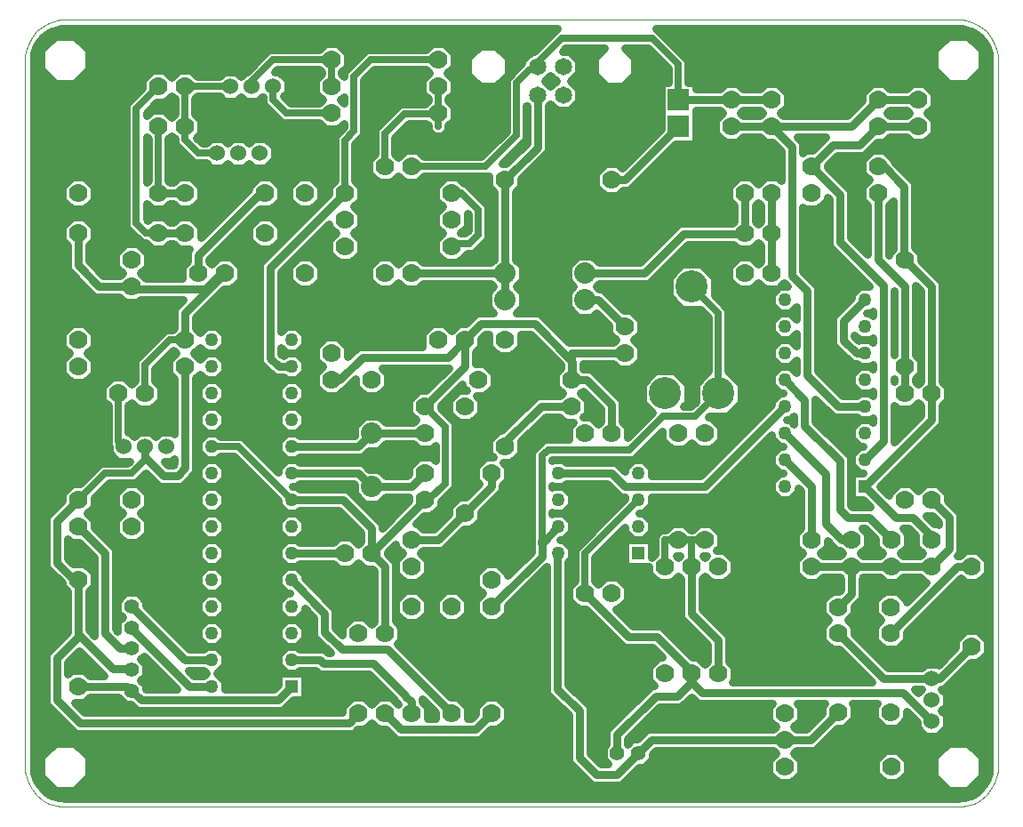
<source format=gbr>
G04 PROTEUS GERBER X2 FILE*
%TF.GenerationSoftware,Labcenter,Proteus,8.16-SP3-Build36097*%
%TF.CreationDate,2025-03-10T19:03:01+00:00*%
%TF.FileFunction,Copper,L2,Bot*%
%TF.FilePolarity,Positive*%
%TF.Part,Single*%
%TF.SameCoordinates,{c7fb7d1a-4934-4bec-a2ef-7a72e4f8d48a}*%
%FSLAX45Y45*%
%MOMM*%
G01*
%TA.AperFunction,Conductor*%
%ADD10C,0.635000*%
%ADD11C,0.762000*%
%TA.AperFunction,NonConductor*%
%ADD12C,0.762000*%
%TA.AperFunction,WasherPad*%
%ADD13C,1.651000*%
%TA.AperFunction,ComponentPad*%
%ADD14R,1.270000X1.270000*%
%ADD15C,1.270000*%
%TA.AperFunction,ComponentPad*%
%ADD16C,1.524000*%
%TA.AperFunction,ComponentPad*%
%ADD17C,1.778000*%
%ADD18C,2.032000*%
%TA.AperFunction,ComponentPad*%
%ADD19C,3.048000*%
%TA.AperFunction,ComponentPad*%
%ADD70R,2.032000X2.032000*%
%TA.AperFunction,WasherPad*%
%ADD71C,1.397000*%
%TA.AperFunction,Profile*%
%ADD20C,0.101600*%
%TD.AperFunction*%
%TA.AperFunction,Conductor*%
G36*
X+1778000Y+381000D02*
X+1771650Y+381000D01*
X+1778000Y+323850D01*
X+1784350Y+381000D01*
X+1778000Y+381000D01*
G37*
%TD.AperFunction*%
%TA.AperFunction,Conductor*%
G36*
X+3175000Y-127000D02*
X+3179490Y-122510D01*
X+3134589Y-86589D01*
X+3170510Y-131490D01*
X+3175000Y-127000D01*
G37*
%TD.AperFunction*%
%TA.AperFunction,Conductor*%
G36*
X+1905000Y+2413000D02*
X+1905000Y+2419350D01*
X+1847850Y+2413000D01*
X+1905000Y+2406650D01*
X+1905000Y+2413000D01*
G37*
%TD.AperFunction*%
%TA.AperFunction,Conductor*%
G36*
X+2159000Y+1397000D02*
X+2159000Y+1403350D01*
X+2101850Y+1397000D01*
X+2159000Y+1390650D01*
X+2159000Y+1397000D01*
G37*
%TD.AperFunction*%
%TA.AperFunction,Conductor*%
G36*
X+1905000Y+2794000D02*
X+1911350Y+2794000D01*
X+1905000Y+2851150D01*
X+1898650Y+2794000D01*
X+1905000Y+2794000D01*
G37*
%TD.AperFunction*%
%TA.AperFunction,Conductor*%
G36*
X+1143000Y-127000D02*
X+1147490Y-131490D01*
X+1183411Y-86589D01*
X+1138510Y-122510D01*
X+1143000Y-127000D01*
G37*
%TD.AperFunction*%
%TA.AperFunction,Conductor*%
G36*
X+5560060Y-535940D02*
X+5566410Y-535940D01*
X+5560060Y-478790D01*
X+5553710Y-535940D01*
X+5560060Y-535940D01*
G37*
%TD.AperFunction*%
%TA.AperFunction,Conductor*%
G36*
X+5969000Y-1016000D02*
X+5975350Y-1016000D01*
X+5969000Y-958850D01*
X+5962650Y-1016000D01*
X+5969000Y-1016000D01*
G37*
%TD.AperFunction*%
%TA.AperFunction,Conductor*%
G36*
X+6985000Y-762000D02*
X+6991350Y-762000D01*
X+6985000Y-704850D01*
X+6978650Y-762000D01*
X+6985000Y-762000D01*
G37*
%TD.AperFunction*%
%TA.AperFunction,Conductor*%
G36*
X+4445000Y-127000D02*
X+4445000Y-133349D01*
X+4479544Y-127000D01*
X+4445000Y-120651D01*
X+4445000Y-127000D01*
G37*
%TD.AperFunction*%
%TA.AperFunction,Conductor*%
G36*
X+4445000Y+762000D02*
X+4440510Y+757510D01*
X+4485411Y+721589D01*
X+4449490Y+766490D01*
X+4445000Y+762000D01*
G37*
%TD.AperFunction*%
%TA.AperFunction,Conductor*%
G36*
X+6858000Y+3683000D02*
X+6864350Y+3683000D01*
X+6858000Y+3740150D01*
X+6851650Y+3683000D01*
X+6858000Y+3683000D01*
G37*
%TD.AperFunction*%
%TA.AperFunction,Conductor*%
G36*
X+3683000Y+2794000D02*
X+3689350Y+2794000D01*
X+3683000Y+2851150D01*
X+3676650Y+2794000D01*
X+3683000Y+2794000D01*
G37*
%TD.AperFunction*%
%TA.AperFunction,NonConductor*%
G36*
X+9555750Y+4362064D02*
X+9583490Y+4357829D01*
X+9641544Y+4339804D01*
X+9692333Y+4312234D01*
X+9736659Y+4275660D01*
X+9773234Y+4231331D01*
X+9800804Y+4180544D01*
X+9818829Y+4122489D01*
X+9823064Y+4094750D01*
X+9824720Y+4061960D01*
X+9824720Y-2664960D01*
X+9823064Y-2697750D01*
X+9818829Y-2725489D01*
X+9800804Y-2783544D01*
X+9773234Y-2834331D01*
X+9736659Y-2878660D01*
X+9692333Y-2915234D01*
X+9641544Y-2942804D01*
X+9583490Y-2960829D01*
X+9555750Y-2965064D01*
X+9522960Y-2966720D01*
X+1018040Y-2966720D01*
X+985250Y-2965064D01*
X+957510Y-2960829D01*
X+899456Y-2942804D01*
X+848667Y-2915234D01*
X+804341Y-2878660D01*
X+767766Y-2834331D01*
X+740196Y-2783544D01*
X+722171Y-2725489D01*
X+717936Y-2697750D01*
X+716280Y-2664960D01*
X+716280Y+4061960D01*
X+717936Y+4094750D01*
X+722171Y+4122489D01*
X+740196Y+4180544D01*
X+767766Y+4231331D01*
X+804341Y+4275660D01*
X+848667Y+4312234D01*
X+899456Y+4339804D01*
X+957510Y+4357829D01*
X+985250Y+4362064D01*
X+1018040Y+4363720D01*
X+5703568Y+4363720D01*
X+5484797Y+4144949D01*
X+5457465Y+4144949D01*
X+5371911Y+4059395D01*
X+5371911Y+4032063D01*
X+5220971Y+3881123D01*
X+5220971Y+3382094D01*
X+4982126Y+3143249D01*
X+4438276Y+3143249D01*
X+4381126Y+3200399D01*
X+4254874Y+3200399D01*
X+4191000Y+3136525D01*
X+4159249Y+3168276D01*
X+4159249Y+3324951D01*
X+4289939Y+3455641D01*
X+4456834Y+3455641D01*
X+4476751Y+3435724D01*
X+4476751Y+3389547D01*
X+4532547Y+3333751D01*
X+4611453Y+3333751D01*
X+4667249Y+3389547D01*
X+4667249Y+3435724D01*
X+4724399Y+3492874D01*
X+4724399Y+3619126D01*
X+4667249Y+3676276D01*
X+4667249Y+3689724D01*
X+4724399Y+3746874D01*
X+4724399Y+3873126D01*
X+4660525Y+3937000D01*
X+4724399Y+4000874D01*
X+4724399Y+4127126D01*
X+4635126Y+4216399D01*
X+4508874Y+4216399D01*
X+4452453Y+4159978D01*
X+3886599Y+4159978D01*
X+3673878Y+3947257D01*
X+3673878Y+3907647D01*
X+3651249Y+3930276D01*
X+3651249Y+3943724D01*
X+3708399Y+4000874D01*
X+3708399Y+4127126D01*
X+3619126Y+4216399D01*
X+3492874Y+4216399D01*
X+3435724Y+4159249D01*
X+2957747Y+4159249D01*
X+2748197Y+3949699D01*
X+2736135Y+3949699D01*
X+2692400Y+3905964D01*
X+2648665Y+3949699D01*
X+2532935Y+3949699D01*
X+2488485Y+3905249D01*
X+2279276Y+3905249D01*
X+2222126Y+3962399D01*
X+2095874Y+3962399D01*
X+2032000Y+3898525D01*
X+1968126Y+3962399D01*
X+1841874Y+3962399D01*
X+1752601Y+3873126D01*
X+1752601Y+3792303D01*
X+1600575Y+3640277D01*
X+1600575Y+2468175D01*
X+1750999Y+2317751D01*
X+1784724Y+2317751D01*
X+1841874Y+2260601D01*
X+1968126Y+2260601D01*
X+2018926Y+2311401D01*
X+2045074Y+2311401D01*
X+2095874Y+2260601D01*
X+2199261Y+2260601D01*
X+2184401Y+2245741D01*
X+2184401Y+2145926D01*
X+2133601Y+2095126D01*
X+2133601Y+1981198D01*
X+1790327Y+1981198D01*
X+1739525Y+2032000D01*
X+1803399Y+2095874D01*
X+1803399Y+2222126D01*
X+1714126Y+2311399D01*
X+1587874Y+2311399D01*
X+1498601Y+2222126D01*
X+1498601Y+2095874D01*
X+1562475Y+2032000D01*
X+1540661Y+2010186D01*
X+1383650Y+2010186D01*
X+1244599Y+2149237D01*
X+1244599Y+2299074D01*
X+1295399Y+2349874D01*
X+1295399Y+2476126D01*
X+1206126Y+2565399D01*
X+1079874Y+2565399D01*
X+990601Y+2476126D01*
X+990601Y+2349874D01*
X+1041401Y+2299074D01*
X+1041401Y+2065071D01*
X+1299484Y+1806988D01*
X+1533487Y+1806988D01*
X+1587874Y+1752601D01*
X+1714126Y+1752601D01*
X+1739525Y+1778000D01*
X+2142318Y+1778000D01*
X+2116916Y+1752599D01*
X+2057401Y+1693083D01*
X+2057401Y+1510926D01*
X+2038724Y+1492249D01*
X+1974767Y+1492249D01*
X+1682751Y+1200233D01*
X+1682751Y+1009276D01*
X+1651000Y+977525D01*
X+1587126Y+1041399D01*
X+1460874Y+1041399D01*
X+1371601Y+952126D01*
X+1371601Y+825874D01*
X+1428751Y+768724D01*
X+1428751Y+392347D01*
X+1435101Y+385997D01*
X+1435101Y+323135D01*
X+1516935Y+241301D01*
X+1630599Y+241301D01*
X+1611547Y+222249D01*
X+1357547Y+222249D01*
X+1160697Y+25399D01*
X+1079874Y+25399D01*
X+990601Y-63874D01*
X+990601Y-135717D01*
X+840613Y-285705D01*
X+840613Y-768157D01*
X+986601Y-914145D01*
X+986601Y-948126D01*
X+1037401Y-998926D01*
X+1037401Y-1386699D01*
X+837011Y-1587089D01*
X+837011Y-2071437D01*
X+1114808Y-2349234D01*
X+3763448Y-2349234D01*
X+3801283Y-2311399D01*
X+3873126Y-2311399D01*
X+3937000Y-2247525D01*
X+4000874Y-2311399D01*
X+4072717Y-2311399D01*
X+4175100Y-2413782D01*
X+4968900Y-2413782D01*
X+5071283Y-2311399D01*
X+5143126Y-2311399D01*
X+5232399Y-2222126D01*
X+5232399Y-2095874D01*
X+5143126Y-2006601D01*
X+5016874Y-2006601D01*
X+4927601Y-2095874D01*
X+4927601Y-2167717D01*
X+4884734Y-2210584D01*
X+4851399Y-2210584D01*
X+4851399Y-2095874D01*
X+4762126Y-2006601D01*
X+4690283Y-2006601D01*
X+4180103Y-1496422D01*
X+4216399Y-1460126D01*
X+4216399Y-1333874D01*
X+4163059Y-1280534D01*
X+4163059Y-717377D01*
X+4089399Y-643717D01*
X+4089399Y-626283D01*
X+4165601Y-550081D01*
X+4165601Y-571126D01*
X+4229475Y-635000D01*
X+4165601Y-698874D01*
X+4165601Y-825126D01*
X+4254874Y-914399D01*
X+4381126Y-914399D01*
X+4470399Y-825126D01*
X+4470399Y-698874D01*
X+4406525Y-635000D01*
X+4431926Y-609599D01*
X+4614083Y-609599D01*
X+4817283Y-406399D01*
X+4889126Y-406399D01*
X+4978399Y-317126D01*
X+4978399Y-245283D01*
X+5181599Y-42083D01*
X+5181599Y+13074D01*
X+5232399Y+63874D01*
X+5232399Y+190126D01*
X+5193924Y+228601D01*
X+5270126Y+228601D01*
X+5359399Y+317874D01*
X+5359399Y+429863D01*
X+5592344Y+662808D01*
X+5725667Y+662808D01*
X+5778874Y+609601D01*
X+5855076Y+609601D01*
X+5816601Y+571126D01*
X+5816601Y+448308D01*
X+5579026Y+448308D01*
X+5464811Y+334093D01*
X+5464811Y-473518D01*
X+5463062Y-489255D01*
X+5458461Y-493857D01*
X+5458461Y-620857D01*
X+5232399Y-846919D01*
X+5232399Y-825874D01*
X+5143126Y-736601D01*
X+5016874Y-736601D01*
X+4927601Y-825874D01*
X+4927601Y-952126D01*
X+4991475Y-1016000D01*
X+4927601Y-1079874D01*
X+4927601Y-1206126D01*
X+5016874Y-1295399D01*
X+5143126Y-1295399D01*
X+5232399Y-1206126D01*
X+5232399Y-1134283D01*
X+5608701Y-757981D01*
X+5608701Y-1968222D01*
X+5813265Y-2172786D01*
X+5813265Y-2622003D01*
X+6033521Y-2842259D01*
X+6318423Y-2842259D01*
X+6487333Y-2673349D01*
X+6532235Y-2673349D01*
X+6610349Y-2595235D01*
X+6610349Y-2550333D01*
X+6646083Y-2514599D01*
X+7760074Y-2514599D01*
X+7785475Y-2540000D01*
X+7721601Y-2603874D01*
X+7721601Y-2730126D01*
X+7810874Y-2819399D01*
X+7937126Y-2819399D01*
X+8026399Y-2730126D01*
X+8026399Y-2603874D01*
X+7962525Y-2540000D01*
X+7987926Y-2514599D01*
X+8158083Y-2514599D01*
X+8373283Y-2299399D01*
X+8445126Y-2299399D01*
X+8534399Y-2210126D01*
X+8534399Y-2083874D01*
X+8513202Y-2062677D01*
X+8750798Y-2062677D01*
X+8729601Y-2083874D01*
X+8729601Y-2210126D01*
X+8818874Y-2299399D01*
X+8945126Y-2299399D01*
X+9034399Y-2210126D01*
X+9034399Y-2142281D01*
X+9131301Y-2239183D01*
X+9131301Y-2293065D01*
X+9213135Y-2374899D01*
X+9328865Y-2374899D01*
X+9410699Y-2293065D01*
X+9410699Y-2177335D01*
X+9366964Y-2133600D01*
X+9410699Y-2089865D01*
X+9410699Y-1974135D01*
X+9366964Y-1930400D01*
X+9366965Y-1930399D01*
X+9389283Y-1930399D01*
X+9643283Y-1676399D01*
X+9715126Y-1676399D01*
X+9804399Y-1587126D01*
X+9804399Y-1460874D01*
X+9715126Y-1371601D01*
X+9588874Y-1371601D01*
X+9499601Y-1460874D01*
X+9499601Y-1532717D01*
X+9336041Y-1696277D01*
X+9328865Y-1689101D01*
X+9213135Y-1689101D01*
X+9175035Y-1727201D01*
X+8855883Y-1727201D01*
X+8534399Y-1405717D01*
X+8534399Y-1333874D01*
X+8472525Y-1272000D01*
X+8534399Y-1210126D01*
X+8534399Y-1138283D01*
X+8610599Y-1062083D01*
X+8610599Y-875926D01*
X+8622926Y-863599D01*
X+8776074Y-863599D01*
X+8826874Y-914399D01*
X+8953126Y-914399D01*
X+9003926Y-863599D01*
X+9157074Y-863599D01*
X+9207874Y-914399D01*
X+9220919Y-914399D01*
X+9034399Y-1100919D01*
X+9034399Y-1083874D01*
X+8945126Y-994601D01*
X+8818874Y-994601D01*
X+8729601Y-1083874D01*
X+8729601Y-1210126D01*
X+8791475Y-1272000D01*
X+8729601Y-1333874D01*
X+8729601Y-1460126D01*
X+8818874Y-1549399D01*
X+8945126Y-1549399D01*
X+9034399Y-1460126D01*
X+9034399Y-1388283D01*
X+9548578Y-874104D01*
X+9588874Y-914399D01*
X+9715126Y-914399D01*
X+9804399Y-825126D01*
X+9804399Y-698874D01*
X+9715126Y-609601D01*
X+9588874Y-609601D01*
X+9538074Y-660401D01*
X+9516281Y-660401D01*
X+9543131Y-633551D01*
X+9543131Y-255449D01*
X+9423399Y-135717D01*
X+9423399Y-63874D01*
X+9334126Y+25399D01*
X+9207874Y+25399D01*
X+9144000Y-38475D01*
X+9080126Y+25399D01*
X+8953874Y+25399D01*
X+8864601Y-63874D01*
X+8864601Y-84919D01*
X+8779682Y+0D01*
X+9372599Y+592917D01*
X+9372599Y+775074D01*
X+9423399Y+825874D01*
X+9423399Y+952126D01*
X+9372599Y+1002926D01*
X+9372599Y+1947083D01*
X+9169399Y+2150283D01*
X+9169399Y+2222126D01*
X+9110214Y+2281311D01*
X+9110214Y+2900707D01*
X+8915399Y+3095522D01*
X+8915399Y+3111126D01*
X+8826126Y+3200399D01*
X+8699874Y+3200399D01*
X+8610601Y+3111126D01*
X+8610601Y+2984874D01*
X+8674475Y+2921000D01*
X+8610601Y+2857126D01*
X+8610601Y+2730874D01*
X+8661401Y+2680074D01*
X+8661401Y+2212811D01*
X+8499646Y+2374566D01*
X+8499646Y+2820036D01*
X+8280399Y+3039283D01*
X+8280399Y+3056717D01*
X+8371320Y+3147638D01*
X+8625320Y+3147638D01*
X+8754283Y+3276601D01*
X+8826126Y+3276601D01*
X+8876926Y+3327401D01*
X+9030074Y+3327401D01*
X+9080874Y+3276601D01*
X+9207126Y+3276601D01*
X+9296399Y+3365874D01*
X+9296399Y+3492126D01*
X+9232525Y+3556000D01*
X+9296399Y+3619874D01*
X+9296399Y+3746126D01*
X+9207126Y+3835399D01*
X+9080874Y+3835399D01*
X+9030074Y+3784599D01*
X+8876926Y+3784599D01*
X+8826126Y+3835399D01*
X+8699874Y+3835399D01*
X+8610601Y+3746126D01*
X+8610601Y+3674283D01*
X+8466917Y+3530599D01*
X+7860926Y+3530599D01*
X+7835525Y+3556000D01*
X+7899399Y+3619874D01*
X+7899399Y+3746126D01*
X+7810126Y+3835399D01*
X+7683874Y+3835399D01*
X+7633074Y+3784599D01*
X+7479926Y+3784599D01*
X+7429126Y+3835399D01*
X+7302874Y+3835399D01*
X+7252074Y+3784599D01*
X+7023099Y+3784599D01*
X+7023099Y+3848099D01*
X+6953249Y+3848099D01*
X+6953249Y+4060843D01*
X+6650372Y+4363720D01*
X+9522960Y+4363720D01*
X+9555750Y+4362064D01*
G37*
%TD.AperFunction*%
%LPC*%
G36*
X+5237809Y+4079433D02*
X+5237809Y+3920567D01*
X+5125473Y+3808231D01*
X+4966607Y+3808231D01*
X+4854271Y+3920567D01*
X+4854271Y+4079433D01*
X+4966607Y+4191769D01*
X+5125473Y+4191769D01*
X+5237809Y+4079433D01*
G37*
G36*
X+1295399Y+1460126D02*
X+1295399Y+1333874D01*
X+1231525Y+1270000D01*
X+1295399Y+1206126D01*
X+1295399Y+1079874D01*
X+1206126Y+990601D01*
X+1079874Y+990601D01*
X+990601Y+1079874D01*
X+990601Y+1206126D01*
X+1054475Y+1270000D01*
X+990601Y+1333874D01*
X+990601Y+1460126D01*
X+1079874Y+1549399D01*
X+1206126Y+1549399D01*
X+1295399Y+1460126D01*
G37*
G36*
X+4254874Y-990601D02*
X+4381126Y-990601D01*
X+4470399Y-1079874D01*
X+4470399Y-1206126D01*
X+4381126Y-1295399D01*
X+4254874Y-1295399D01*
X+4165601Y-1206126D01*
X+4165601Y-1079874D01*
X+4254874Y-990601D01*
G37*
G36*
X+4635874Y-990601D02*
X+4762126Y-990601D01*
X+4851399Y-1079874D01*
X+4851399Y-1206126D01*
X+4762126Y-1295399D01*
X+4635874Y-1295399D01*
X+4546601Y-1206126D01*
X+4546601Y-1079874D01*
X+4635874Y-990601D01*
G37*
G36*
X+990601Y+2730874D02*
X+990601Y+2857126D01*
X+1079874Y+2946399D01*
X+1206126Y+2946399D01*
X+1295399Y+2857126D01*
X+1295399Y+2730874D01*
X+1206126Y+2641601D01*
X+1079874Y+2641601D01*
X+990601Y+2730874D01*
G37*
G36*
X+789801Y-2760695D02*
X+789801Y-2573305D01*
X+922305Y-2440801D01*
X+1109695Y-2440801D01*
X+1242199Y-2573305D01*
X+1242199Y-2760695D01*
X+1109695Y-2893199D01*
X+922305Y-2893199D01*
X+789801Y-2760695D01*
G37*
G36*
X+9298801Y-2760695D02*
X+9298801Y-2573305D01*
X+9431305Y-2440801D01*
X+9618695Y-2440801D01*
X+9751199Y-2573305D01*
X+9751199Y-2760695D01*
X+9618695Y-2893199D01*
X+9431305Y-2893199D01*
X+9298801Y-2760695D01*
G37*
G36*
X+789801Y+3970305D02*
X+789801Y+4157695D01*
X+922305Y+4290199D01*
X+1109695Y+4290199D01*
X+1242199Y+4157695D01*
X+1242199Y+3970305D01*
X+1109695Y+3837801D01*
X+922305Y+3837801D01*
X+789801Y+3970305D01*
G37*
G36*
X+9298801Y+3970305D02*
X+9298801Y+4157695D01*
X+9431305Y+4290199D01*
X+9618695Y+4290199D01*
X+9751199Y+4157695D01*
X+9751199Y+3970305D01*
X+9618695Y+3837801D01*
X+9431305Y+3837801D01*
X+9298801Y+3970305D01*
G37*
G36*
X+9042399Y-2603874D02*
X+9042399Y-2730126D01*
X+8953126Y-2819399D01*
X+8826874Y-2819399D01*
X+8737601Y-2730126D01*
X+8737601Y-2603874D01*
X+8826874Y-2514601D01*
X+8953126Y-2514601D01*
X+9042399Y-2603874D01*
G37*
%LPD*%
%TA.AperFunction,NonConductor*%
G36*
X+5696226Y+3863010D02*
X+5642420Y+3809204D01*
X+5588614Y+3863010D01*
X+5642420Y+3916816D01*
X+5696226Y+3863010D01*
G37*
%TD.AperFunction*%
%TA.AperFunction,NonConductor*%
G36*
X+6762751Y+3981937D02*
X+6762751Y+3848099D01*
X+6692901Y+3848099D01*
X+6692901Y+3407583D01*
X+6322421Y+3037103D01*
X+6286126Y+3073399D01*
X+6159874Y+3073399D01*
X+6070601Y+2984126D01*
X+6070601Y+2857874D01*
X+6159874Y+2768601D01*
X+6286126Y+2768601D01*
X+6336926Y+2819401D01*
X+6392083Y+2819401D01*
X+6836583Y+3263901D01*
X+7023099Y+3263901D01*
X+7023099Y+3581401D01*
X+7252074Y+3581401D01*
X+7277475Y+3556000D01*
X+7213601Y+3492126D01*
X+7213601Y+3365874D01*
X+7302874Y+3276601D01*
X+7429126Y+3276601D01*
X+7479926Y+3327401D01*
X+7633074Y+3327401D01*
X+7683874Y+3276601D01*
X+7755717Y+3276601D01*
X+7840882Y+3191436D01*
X+7840882Y+2915643D01*
X+7810126Y+2946399D01*
X+7683874Y+2946399D01*
X+7620000Y+2882525D01*
X+7556126Y+2946399D01*
X+7429874Y+2946399D01*
X+7340601Y+2857126D01*
X+7340601Y+2730874D01*
X+7391401Y+2680074D01*
X+7391401Y+2526926D01*
X+7376251Y+2511776D01*
X+6869540Y+2511776D01*
X+6491363Y+2133599D01*
X+6100886Y+2133599D01*
X+6037386Y+2197099D01*
X+5900614Y+2197099D01*
X+5803901Y+2100386D01*
X+5803901Y+1963614D01*
X+5862515Y+1905000D01*
X+5803901Y+1846386D01*
X+5803901Y+1709614D01*
X+5900614Y+1612901D01*
X+6037386Y+1612901D01*
X+6077401Y+1652916D01*
X+6197601Y+1532717D01*
X+6197601Y+1460874D01*
X+6261475Y+1397000D01*
X+6236074Y+1371599D01*
X+5813878Y+1371599D01*
X+5534425Y+1651052D01*
X+5313537Y+1651052D01*
X+5372099Y+1709614D01*
X+5372099Y+1846386D01*
X+5313485Y+1905000D01*
X+5372099Y+1963614D01*
X+5372099Y+2100386D01*
X+5308599Y+2163886D01*
X+5308599Y+2807074D01*
X+5359399Y+2857874D01*
X+5359399Y+2929717D01*
X+5619559Y+3189877D01*
X+5619559Y+3622175D01*
X+5642420Y+3645036D01*
X+5706385Y+3581071D01*
X+5827375Y+3581071D01*
X+5912929Y+3666625D01*
X+5912929Y+3787615D01*
X+5837534Y+3863010D01*
X+5912929Y+3938405D01*
X+5912929Y+4059395D01*
X+5827375Y+4144949D01*
X+5754201Y+4144949D01*
X+5784003Y+4174751D01*
X+6153549Y+4174751D01*
X+6058231Y+4079433D01*
X+6058231Y+3920567D01*
X+6170567Y+3808231D01*
X+6329433Y+3808231D01*
X+6441769Y+3920567D01*
X+6441769Y+4079433D01*
X+6346451Y+4174751D01*
X+6569937Y+4174751D01*
X+6762751Y+3981937D01*
G37*
%TD.AperFunction*%
%TA.AperFunction,NonConductor*%
G36*
X+3673878Y+3653647D02*
X+3644525Y+3683000D01*
X+3673878Y+3712353D01*
X+3673878Y+3653647D01*
G37*
%TD.AperFunction*%
%TA.AperFunction,NonConductor*%
G36*
X+3460751Y+3943724D02*
X+3460751Y+3930276D01*
X+3403601Y+3873126D01*
X+3403601Y+3746874D01*
X+3467475Y+3683000D01*
X+3435724Y+3651249D01*
X+3163653Y+3651249D01*
X+3099833Y+3715069D01*
X+3136899Y+3752135D01*
X+3136899Y+3867865D01*
X+3055065Y+3949699D01*
X+3017601Y+3949699D01*
X+3036653Y+3968751D01*
X+3435724Y+3968751D01*
X+3460751Y+3943724D01*
G37*
%TD.AperFunction*%
%TA.AperFunction,NonConductor*%
G36*
X+9055475Y+3556000D02*
X+9030074Y+3530599D01*
X+8876926Y+3530599D01*
X+8851525Y+3556000D01*
X+8876926Y+3581401D01*
X+9030074Y+3581401D01*
X+9055475Y+3556000D01*
G37*
%TD.AperFunction*%
%TA.AperFunction,NonConductor*%
G36*
X+7658475Y+3556000D02*
X+7633074Y+3530599D01*
X+7479926Y+3530599D01*
X+7454525Y+3556000D01*
X+7479926Y+3581401D01*
X+7633074Y+3581401D01*
X+7658475Y+3556000D01*
G37*
%TD.AperFunction*%
%TA.AperFunction,NonConductor*%
G36*
X+2063751Y+3689724D02*
X+2063751Y+3549276D01*
X+2032000Y+3517525D01*
X+1968126Y+3581399D01*
X+1841874Y+3581399D01*
X+1791073Y+3530598D01*
X+1791073Y+3561371D01*
X+1887303Y+3657601D01*
X+1968126Y+3657601D01*
X+2032000Y+3721475D01*
X+2063751Y+3689724D01*
G37*
%TD.AperFunction*%
%TA.AperFunction,NonConductor*%
G36*
X+8136717Y+3200399D02*
X+8064874Y+3200399D01*
X+8044080Y+3179605D01*
X+8044080Y+3275602D01*
X+7992281Y+3327401D01*
X+8263719Y+3327401D01*
X+8136717Y+3200399D01*
G37*
%TD.AperFunction*%
%TA.AperFunction,NonConductor*%
G36*
X+5416361Y+3622175D02*
X+5416361Y+3274043D01*
X+5215717Y+3073399D01*
X+5181680Y+3073399D01*
X+5411469Y+3303188D01*
X+5411469Y+3627067D01*
X+5416361Y+3622175D01*
G37*
%TD.AperFunction*%
%TA.AperFunction,NonConductor*%
G36*
X+1809751Y+3308724D02*
X+1809751Y+2914276D01*
X+1791073Y+2895598D01*
X+1791073Y+3327402D01*
X+1809751Y+3308724D01*
G37*
%TD.AperFunction*%
%TA.AperFunction,NonConductor*%
G36*
X+8296448Y+2735870D02*
X+8296448Y+2290400D01*
X+8681849Y+1904999D01*
X+8583395Y+1904999D01*
X+8509001Y+1830605D01*
X+8509001Y+1794683D01*
X+8333801Y+1619483D01*
X+8333801Y+1352426D01*
X+8517826Y+1168401D01*
X+8557995Y+1168401D01*
X+8583395Y+1143001D01*
X+8688605Y+1143001D01*
X+8711480Y+1165876D01*
X+8711480Y+1120124D01*
X+8688605Y+1142999D01*
X+8583395Y+1142999D01*
X+8509001Y+1068605D01*
X+8509001Y+963395D01*
X+8583395Y+889001D01*
X+8688605Y+889001D01*
X+8711480Y+911876D01*
X+8711480Y+866124D01*
X+8688605Y+888999D01*
X+8583395Y+888999D01*
X+8557995Y+863599D01*
X+8424083Y+863599D01*
X+8187266Y+1100416D01*
X+8187266Y+1905163D01*
X+8044080Y+2048349D01*
X+8044080Y+2662395D01*
X+8064874Y+2641601D01*
X+8191126Y+2641601D01*
X+8280399Y+2730874D01*
X+8280399Y+2751919D01*
X+8296448Y+2735870D01*
G37*
%TD.AperFunction*%
%TA.AperFunction,NonConductor*%
G36*
X+7645401Y+2680074D02*
X+7645401Y+2526926D01*
X+7620000Y+2501525D01*
X+7594599Y+2526926D01*
X+7594599Y+2680074D01*
X+7620000Y+2705475D01*
X+7645401Y+2680074D01*
G37*
%TD.AperFunction*%
%TA.AperFunction,NonConductor*%
G36*
X+7645401Y+2299074D02*
X+7645401Y+2145926D01*
X+7620000Y+2120525D01*
X+7556126Y+2184399D01*
X+7429874Y+2184399D01*
X+7340601Y+2095126D01*
X+7340601Y+1968874D01*
X+7429874Y+1879601D01*
X+7556126Y+1879601D01*
X+7620000Y+1943475D01*
X+7683874Y+1879601D01*
X+7795997Y+1879601D01*
X+7747001Y+1830605D01*
X+7747001Y+1725395D01*
X+7821395Y+1651001D01*
X+7926605Y+1651001D01*
X+7984068Y+1708464D01*
X+7984068Y+1593536D01*
X+7926605Y+1650999D01*
X+7821395Y+1650999D01*
X+7747001Y+1576605D01*
X+7747001Y+1471395D01*
X+7821395Y+1397001D01*
X+7926605Y+1397001D01*
X+7984068Y+1454464D01*
X+7984068Y+1339536D01*
X+7926605Y+1396999D01*
X+7821395Y+1396999D01*
X+7747001Y+1322605D01*
X+7747001Y+1217395D01*
X+7821395Y+1143001D01*
X+7926605Y+1143001D01*
X+7984068Y+1200464D01*
X+7984068Y+1085536D01*
X+7926605Y+1142999D01*
X+7821395Y+1142999D01*
X+7747001Y+1068605D01*
X+7747001Y+963395D01*
X+7821395Y+889001D01*
X+7857317Y+889001D01*
X+7857319Y+888999D01*
X+7821395Y+888999D01*
X+7747001Y+814605D01*
X+7747001Y+778683D01*
X+7069917Y+101599D01*
X+6603999Y+101599D01*
X+6603999Y+179605D01*
X+6529605Y+253999D01*
X+6424395Y+253999D01*
X+6350001Y+179605D01*
X+6350001Y+143681D01*
X+6265083Y+228599D01*
X+5793005Y+228599D01*
X+5767605Y+253999D01*
X+5662395Y+253999D01*
X+5655309Y+246913D01*
X+5655309Y+255187D01*
X+5657934Y+257812D01*
X+6435174Y+257812D01*
X+6705601Y+528239D01*
X+6705601Y+444874D01*
X+6794874Y+355601D01*
X+6921126Y+355601D01*
X+6985000Y+419475D01*
X+7048874Y+355601D01*
X+7175126Y+355601D01*
X+7264399Y+444874D01*
X+7264399Y+571126D01*
X+7175126Y+660399D01*
X+7145101Y+660399D01*
X+7157803Y+673101D01*
X+7328428Y+673101D01*
X+7454899Y+799572D01*
X+7454899Y+978428D01*
X+7334248Y+1099079D01*
X+7334248Y+1690454D01*
X+7200899Y+1823803D01*
X+7200899Y+1994428D01*
X+7074428Y+2120899D01*
X+6895572Y+2120899D01*
X+6769101Y+1994428D01*
X+6769101Y+1815572D01*
X+6895572Y+1689101D01*
X+7066196Y+1689101D01*
X+7143751Y+1611546D01*
X+7143751Y+1099078D01*
X+7023101Y+978428D01*
X+7023101Y+807803D01*
X+6978567Y+763269D01*
X+6910596Y+763269D01*
X+6946899Y+799572D01*
X+6946899Y+978428D01*
X+6820428Y+1104899D01*
X+6641572Y+1104899D01*
X+6515101Y+978428D01*
X+6515101Y+799572D01*
X+6611315Y+703357D01*
X+6375399Y+467441D01*
X+6375399Y+571126D01*
X+6324599Y+621926D01*
X+6324599Y+824403D01*
X+6031403Y+1117599D01*
X+5955926Y+1117599D01*
X+5955676Y+1117849D01*
X+5955676Y+1168401D01*
X+6236074Y+1168401D01*
X+6286874Y+1117601D01*
X+6413126Y+1117601D01*
X+6502399Y+1206874D01*
X+6502399Y+1333126D01*
X+6438525Y+1397000D01*
X+6502399Y+1460874D01*
X+6502399Y+1587126D01*
X+6413126Y+1676399D01*
X+6341283Y+1676399D01*
X+6138083Y+1879599D01*
X+6100886Y+1879599D01*
X+6075485Y+1905000D01*
X+6100886Y+1930401D01*
X+6575529Y+1930401D01*
X+6953706Y+2308578D01*
X+7381897Y+2308578D01*
X+7429874Y+2260601D01*
X+7556126Y+2260601D01*
X+7620000Y+2324475D01*
X+7645401Y+2299074D01*
G37*
%TD.AperFunction*%
%TA.AperFunction,NonConductor*%
G36*
X+8907016Y+2264541D02*
X+8864601Y+2222126D01*
X+8864601Y+2201080D01*
X+8864599Y+2201083D01*
X+8864599Y+2680074D01*
X+8907016Y+2722491D01*
X+8907016Y+2264541D01*
G37*
%TD.AperFunction*%
%TA.AperFunction,NonConductor*%
G36*
X+4483475Y+3937000D02*
X+4419601Y+3873126D01*
X+4419601Y+3746874D01*
X+4476751Y+3689724D01*
X+4476751Y+3676276D01*
X+4446614Y+3646139D01*
X+4211033Y+3646139D01*
X+3968751Y+3403857D01*
X+3968751Y+3168276D01*
X+3911601Y+3111126D01*
X+3911601Y+2984874D01*
X+4000874Y+2895601D01*
X+4127126Y+2895601D01*
X+4191000Y+2959475D01*
X+4254874Y+2895601D01*
X+4381126Y+2895601D01*
X+4438276Y+2952751D01*
X+5054601Y+2952751D01*
X+5054601Y+2857874D01*
X+5105401Y+2807074D01*
X+5105401Y+2163886D01*
X+5075114Y+2133599D01*
X+4431926Y+2133599D01*
X+4381126Y+2184399D01*
X+4254874Y+2184399D01*
X+4191000Y+2120525D01*
X+4127126Y+2184399D01*
X+4000874Y+2184399D01*
X+3911601Y+2095126D01*
X+3911601Y+1968874D01*
X+4000874Y+1879601D01*
X+4127126Y+1879601D01*
X+4191000Y+1943475D01*
X+4254874Y+1879601D01*
X+4381126Y+1879601D01*
X+4431926Y+1930401D01*
X+5075114Y+1930401D01*
X+5100515Y+1905000D01*
X+5041901Y+1846386D01*
X+5041901Y+1709614D01*
X+5100463Y+1651052D01*
X+4936370Y+1651052D01*
X+4834717Y+1549399D01*
X+4762874Y+1549399D01*
X+4699000Y+1485525D01*
X+4635126Y+1549399D01*
X+4508874Y+1549399D01*
X+4419601Y+1460126D01*
X+4419601Y+1333874D01*
X+4419976Y+1333499D01*
X+3806017Y+1333499D01*
X+3708399Y+1235881D01*
X+3708399Y+1333126D01*
X+3619126Y+1422399D01*
X+3492874Y+1422399D01*
X+3403601Y+1333126D01*
X+3403601Y+1206874D01*
X+3467475Y+1143000D01*
X+3403601Y+1079126D01*
X+3403601Y+952874D01*
X+3492874Y+863601D01*
X+3619126Y+863601D01*
X+3669926Y+914401D01*
X+3674283Y+914401D01*
X+3784601Y+1024719D01*
X+3784601Y+952874D01*
X+3873874Y+863601D01*
X+4000126Y+863601D01*
X+4089399Y+952874D01*
X+4089399Y+1079126D01*
X+4038224Y+1130301D01*
X+4669619Y+1130301D01*
X+4453717Y+914399D01*
X+4381874Y+914399D01*
X+4292601Y+825126D01*
X+4292601Y+698874D01*
X+4356475Y+635000D01*
X+4331074Y+609599D01*
X+4068886Y+609599D01*
X+4005386Y+673099D01*
X+3868614Y+673099D01*
X+3771901Y+576386D01*
X+3771901Y+486583D01*
X+3767917Y+482599D01*
X+3253005Y+482599D01*
X+3227605Y+507999D01*
X+3122395Y+507999D01*
X+3048001Y+433605D01*
X+3048001Y+328395D01*
X+3122395Y+254001D01*
X+3227605Y+254001D01*
X+3253005Y+279401D01*
X+3852083Y+279401D01*
X+3915583Y+342901D01*
X+4005386Y+342901D01*
X+4068886Y+406401D01*
X+4331074Y+406401D01*
X+4381874Y+355601D01*
X+4508126Y+355601D01*
X+4542791Y+390266D01*
X+4542791Y+244734D01*
X+4508126Y+279399D01*
X+4381874Y+279399D01*
X+4292601Y+190126D01*
X+4292601Y+118283D01*
X+4275917Y+101599D01*
X+4068886Y+101599D01*
X+4005386Y+165099D01*
X+3915583Y+165099D01*
X+3852083Y+228599D01*
X+3253005Y+228599D01*
X+3227605Y+253999D01*
X+3122395Y+253999D01*
X+3048001Y+179605D01*
X+3048001Y+134701D01*
X+2706453Y+476249D01*
X+2497355Y+476249D01*
X+2465605Y+507999D01*
X+2360395Y+507999D01*
X+2286001Y+433605D01*
X+2286001Y+328395D01*
X+2360395Y+254001D01*
X+2465605Y+254001D01*
X+2497355Y+285751D01*
X+2627547Y+285751D01*
X+3048001Y-134703D01*
X+3048001Y-179605D01*
X+3122395Y-253999D01*
X+3227605Y-253999D01*
X+3253005Y-228599D01*
X+3622212Y-228599D01*
X+3831792Y-438178D01*
X+3831792Y-524683D01*
X+3810000Y-546475D01*
X+3746126Y-482601D01*
X+3619874Y-482601D01*
X+3569074Y-533401D01*
X+3253005Y-533401D01*
X+3227605Y-508001D01*
X+3122395Y-508001D01*
X+3048001Y-582395D01*
X+3048001Y-687605D01*
X+3122395Y-761999D01*
X+3227605Y-761999D01*
X+3253005Y-736599D01*
X+3569074Y-736599D01*
X+3619874Y-787399D01*
X+3746126Y-787399D01*
X+3810000Y-723525D01*
X+3873874Y-787399D01*
X+3945717Y-787399D01*
X+3959861Y-801543D01*
X+3959861Y-1285614D01*
X+3937000Y-1308475D01*
X+3873126Y-1244601D01*
X+3746874Y-1244601D01*
X+3657601Y-1333874D01*
X+3657601Y-1409088D01*
X+3592861Y-1344348D01*
X+3592861Y-1163179D01*
X+3301999Y-872317D01*
X+3301999Y-836395D01*
X+3227605Y-762001D01*
X+3122395Y-762001D01*
X+3048001Y-836395D01*
X+3048001Y-941605D01*
X+3122395Y-1015999D01*
X+3158317Y-1015999D01*
X+3158319Y-1016001D01*
X+3122395Y-1016001D01*
X+3048001Y-1090395D01*
X+3048001Y-1195605D01*
X+3122395Y-1269999D01*
X+3227605Y-1269999D01*
X+3301999Y-1195605D01*
X+3301999Y-1159681D01*
X+3389663Y-1247345D01*
X+3389663Y-1428514D01*
X+3543570Y-1582421D01*
X+3519342Y-1582421D01*
X+3486322Y-1549401D01*
X+3253005Y-1549401D01*
X+3227605Y-1524001D01*
X+3122395Y-1524001D01*
X+3048001Y-1598395D01*
X+3048001Y-1703605D01*
X+3122395Y-1777999D01*
X+3227605Y-1777999D01*
X+3253005Y-1752599D01*
X+3402156Y-1752599D01*
X+3435176Y-1785619D01*
X+3912697Y-1785619D01*
X+4161030Y-2033952D01*
X+4161030Y-2036492D01*
X+4193006Y-2068469D01*
X+4191000Y-2070475D01*
X+4127126Y-2006601D01*
X+4000874Y-2006601D01*
X+3937000Y-2070475D01*
X+3873126Y-2006601D01*
X+3746874Y-2006601D01*
X+3657601Y-2095874D01*
X+3657601Y-2146036D01*
X+1198974Y-2146036D01*
X+1106337Y-2053399D01*
X+1202126Y-2053399D01*
X+1252926Y-2002599D01*
X+1522015Y-2002599D01*
X+1595765Y-2076349D01*
X+1640667Y-2076349D01*
X+1699036Y-2134718D01*
X+3088964Y-2134718D01*
X+3191683Y-2031999D01*
X+3301999Y-2031999D01*
X+3301999Y-1778001D01*
X+3048001Y-1778001D01*
X+3048001Y-1888317D01*
X+3004798Y-1931520D01*
X+2539999Y-1931520D01*
X+2539999Y-1850395D01*
X+2466604Y-1777000D01*
X+2539999Y-1703605D01*
X+2539999Y-1598395D01*
X+2465605Y-1524001D01*
X+2360395Y-1524001D01*
X+2334995Y-1549401D01*
X+2201083Y-1549401D01*
X+1784349Y-1132667D01*
X+1784349Y-1087765D01*
X+1706235Y-1009651D01*
X+1595765Y-1009651D01*
X+1517651Y-1087765D01*
X+1517651Y-1198235D01*
X+1562415Y-1243001D01*
X+1517651Y-1287765D01*
X+1517651Y-1373969D01*
X+1498599Y-1354917D01*
X+1498599Y-592917D01*
X+1295399Y-389717D01*
X+1295399Y-317874D01*
X+1231525Y-254000D01*
X+1295399Y-190126D01*
X+1295399Y-109303D01*
X+1436453Y+31751D01*
X+1690453Y+31751D01*
X+1788402Y+129700D01*
X+1916302Y+1800D01*
X+2129716Y+1800D01*
X+2262285Y+134369D01*
X+2262285Y+1030760D01*
X+2303960Y+1072435D01*
X+2360395Y+1016001D01*
X+2465605Y+1016001D01*
X+2539999Y+1090395D01*
X+2539999Y+1195605D01*
X+2465605Y+1269999D01*
X+2360395Y+1269999D01*
X+2303960Y+1213564D01*
X+2247525Y+1270000D01*
X+2303960Y+1326435D01*
X+2360395Y+1270001D01*
X+2465605Y+1270001D01*
X+2539999Y+1344395D01*
X+2539999Y+1449605D01*
X+2465605Y+1523999D01*
X+2360395Y+1523999D01*
X+2303960Y+1467564D01*
X+2260599Y+1510926D01*
X+2260599Y+1608917D01*
X+2531283Y+1879601D01*
X+2603126Y+1879601D01*
X+2692399Y+1968874D01*
X+2692399Y+2095126D01*
X+2603126Y+2184399D01*
X+2476874Y+2184399D01*
X+2413000Y+2120525D01*
X+2387599Y+2145926D01*
X+2387599Y+2161575D01*
X+2867625Y+2641601D01*
X+2984126Y+2641601D01*
X+3073399Y+2730874D01*
X+3073399Y+2857126D01*
X+2984126Y+2946399D01*
X+2857874Y+2946399D01*
X+2768601Y+2857126D01*
X+2768601Y+2829941D01*
X+2311399Y+2372739D01*
X+2311399Y+2476126D01*
X+2222126Y+2565399D01*
X+2095874Y+2565399D01*
X+2045074Y+2514599D01*
X+2018926Y+2514599D01*
X+1968126Y+2565399D01*
X+1841874Y+2565399D01*
X+1807314Y+2530839D01*
X+1791073Y+2547080D01*
X+1791073Y+2692402D01*
X+1841874Y+2641601D01*
X+1968126Y+2641601D01*
X+2018926Y+2692401D01*
X+2045074Y+2692401D01*
X+2095874Y+2641601D01*
X+2222126Y+2641601D01*
X+2311399Y+2730874D01*
X+2311399Y+2857126D01*
X+2222126Y+2946399D01*
X+2095874Y+2946399D01*
X+2045074Y+2895599D01*
X+2018926Y+2895599D01*
X+2000249Y+2914276D01*
X+2000249Y+3308724D01*
X+2032000Y+3340475D01*
X+2063751Y+3308724D01*
X+2063751Y+3262547D01*
X+2246547Y+3079751D01*
X+2361485Y+3079751D01*
X+2405935Y+3035301D01*
X+2521665Y+3035301D01*
X+2565400Y+3079036D01*
X+2609135Y+3035301D01*
X+2724865Y+3035301D01*
X+2768600Y+3079036D01*
X+2812335Y+3035301D01*
X+2928065Y+3035301D01*
X+3009899Y+3117135D01*
X+3009899Y+3232865D01*
X+2928065Y+3314699D01*
X+2812335Y+3314699D01*
X+2768600Y+3270964D01*
X+2724865Y+3314699D01*
X+2609135Y+3314699D01*
X+2565400Y+3270964D01*
X+2521665Y+3314699D01*
X+2405935Y+3314699D01*
X+2361485Y+3270249D01*
X+2325453Y+3270249D01*
X+2270613Y+3325088D01*
X+2311399Y+3365874D01*
X+2311399Y+3492126D01*
X+2254248Y+3549276D01*
X+2254248Y+3689723D01*
X+2279276Y+3714751D01*
X+2488485Y+3714751D01*
X+2532935Y+3670301D01*
X+2648665Y+3670301D01*
X+2692400Y+3714036D01*
X+2736135Y+3670301D01*
X+2851865Y+3670301D01*
X+2895600Y+3714036D01*
X+2901951Y+3707685D01*
X+2901951Y+3643547D01*
X+3084747Y+3460751D01*
X+3435724Y+3460751D01*
X+3492874Y+3403601D01*
X+3619126Y+3403601D01*
X+3673878Y+3458353D01*
X+3673878Y+3424294D01*
X+3587751Y+3338167D01*
X+3587751Y+2914276D01*
X+3530601Y+2857126D01*
X+3530601Y+2785283D01*
X+2869841Y+2124523D01*
X+2869841Y+1181981D01*
X+3010421Y+1041401D01*
X+3096995Y+1041401D01*
X+3122395Y+1016001D01*
X+3227605Y+1016001D01*
X+3301999Y+1090395D01*
X+3301999Y+1195605D01*
X+3227605Y+1269999D01*
X+3122395Y+1269999D01*
X+3096995Y+1244599D01*
X+3094587Y+1244599D01*
X+3073039Y+1266147D01*
X+3073039Y+1319357D01*
X+3122395Y+1270001D01*
X+3227605Y+1270001D01*
X+3301999Y+1344395D01*
X+3301999Y+1449605D01*
X+3227605Y+1523999D01*
X+3122395Y+1523999D01*
X+3073039Y+1474643D01*
X+3073039Y+2040357D01*
X+3530601Y+2497919D01*
X+3530601Y+2476874D01*
X+3594475Y+2413000D01*
X+3530601Y+2349126D01*
X+3530601Y+2222874D01*
X+3619874Y+2133601D01*
X+3746126Y+2133601D01*
X+3835399Y+2222874D01*
X+3835399Y+2349126D01*
X+3771525Y+2413000D01*
X+3835399Y+2476874D01*
X+3835399Y+2603126D01*
X+3771525Y+2667000D01*
X+3835399Y+2730874D01*
X+3835399Y+2857126D01*
X+3778249Y+2914276D01*
X+3778249Y+3259261D01*
X+3864376Y+3345388D01*
X+3864376Y+3868351D01*
X+3965505Y+3969480D01*
X+4450995Y+3969480D01*
X+4483475Y+3937000D01*
G37*
%TD.AperFunction*%
%LPC*%
G36*
X+3301999Y-1344395D02*
X+3301999Y-1449605D01*
X+3227605Y-1523999D01*
X+3122395Y-1523999D01*
X+3048001Y-1449605D01*
X+3048001Y-1344395D01*
X+3122395Y-1270001D01*
X+3227605Y-1270001D01*
X+3301999Y-1344395D01*
G37*
G36*
X+3301999Y-328395D02*
X+3301999Y-433605D01*
X+3227605Y-507999D01*
X+3122395Y-507999D01*
X+3048001Y-433605D01*
X+3048001Y-328395D01*
X+3122395Y-254001D01*
X+3227605Y-254001D01*
X+3301999Y-328395D01*
G37*
G36*
X+3301999Y+687605D02*
X+3301999Y+582395D01*
X+3227605Y+508001D01*
X+3122395Y+508001D01*
X+3048001Y+582395D01*
X+3048001Y+687605D01*
X+3122395Y+761999D01*
X+3227605Y+761999D01*
X+3301999Y+687605D01*
G37*
G36*
X+3301999Y+941605D02*
X+3301999Y+836395D01*
X+3227605Y+762001D01*
X+3122395Y+762001D01*
X+3048001Y+836395D01*
X+3048001Y+941605D01*
X+3122395Y+1015999D01*
X+3227605Y+1015999D01*
X+3301999Y+941605D01*
G37*
G36*
X+2539999Y+941605D02*
X+2539999Y+836395D01*
X+2465605Y+762001D01*
X+2360395Y+762001D01*
X+2286001Y+836395D01*
X+2286001Y+941605D01*
X+2360395Y+1015999D01*
X+2465605Y+1015999D01*
X+2539999Y+941605D01*
G37*
G36*
X+2539999Y+687605D02*
X+2539999Y+582395D01*
X+2465605Y+508001D01*
X+2360395Y+508001D01*
X+2286001Y+582395D01*
X+2286001Y+687605D01*
X+2360395Y+761999D01*
X+2465605Y+761999D01*
X+2539999Y+687605D01*
G37*
G36*
X+2539999Y+179605D02*
X+2539999Y+74395D01*
X+2465605Y+1D01*
X+2360395Y+1D01*
X+2286001Y+74395D01*
X+2286001Y+179605D01*
X+2360395Y+253999D01*
X+2465605Y+253999D01*
X+2539999Y+179605D01*
G37*
G36*
X+2539999Y-74395D02*
X+2539999Y-179605D01*
X+2465605Y-253999D01*
X+2360395Y-253999D01*
X+2286001Y-179605D01*
X+2286001Y-74395D01*
X+2360395Y-1D01*
X+2465605Y-1D01*
X+2539999Y-74395D01*
G37*
G36*
X+2539999Y-328395D02*
X+2539999Y-433605D01*
X+2465605Y-507999D01*
X+2360395Y-507999D01*
X+2286001Y-433605D01*
X+2286001Y-328395D01*
X+2360395Y-254001D01*
X+2465605Y-254001D01*
X+2539999Y-328395D01*
G37*
G36*
X+2539999Y-582395D02*
X+2539999Y-687605D01*
X+2465605Y-761999D01*
X+2360395Y-761999D01*
X+2286001Y-687605D01*
X+2286001Y-582395D01*
X+2360395Y-508001D01*
X+2465605Y-508001D01*
X+2539999Y-582395D01*
G37*
G36*
X+2539999Y-836395D02*
X+2539999Y-941605D01*
X+2465605Y-1015999D01*
X+2360395Y-1015999D01*
X+2286001Y-941605D01*
X+2286001Y-836395D01*
X+2360395Y-762001D01*
X+2465605Y-762001D01*
X+2539999Y-836395D01*
G37*
G36*
X+2539999Y-1090395D02*
X+2539999Y-1195605D01*
X+2465605Y-1269999D01*
X+2360395Y-1269999D01*
X+2286001Y-1195605D01*
X+2286001Y-1090395D01*
X+2360395Y-1016001D01*
X+2465605Y-1016001D01*
X+2539999Y-1090395D01*
G37*
G36*
X+2539999Y-1344395D02*
X+2539999Y-1449605D01*
X+2465605Y-1523999D01*
X+2360395Y-1523999D01*
X+2286001Y-1449605D01*
X+2286001Y-1344395D01*
X+2360395Y-1270001D01*
X+2465605Y-1270001D01*
X+2539999Y-1344395D01*
G37*
G36*
X+1803399Y-63874D02*
X+1803399Y-190126D01*
X+1739525Y-254000D01*
X+1803399Y-317874D01*
X+1803399Y-444126D01*
X+1714126Y-533399D01*
X+1587874Y-533399D01*
X+1498601Y-444126D01*
X+1498601Y-317874D01*
X+1562475Y-254000D01*
X+1498601Y-190126D01*
X+1498601Y-63874D01*
X+1587874Y+25399D01*
X+1714126Y+25399D01*
X+1803399Y-63874D01*
G37*
G36*
X+4819276Y+2889249D02*
X+4832701Y+2889249D01*
X+5046681Y+2675269D01*
X+5046681Y+2359437D01*
X+4909005Y+2221761D01*
X+4850286Y+2221761D01*
X+4762126Y+2133601D01*
X+4635874Y+2133601D01*
X+4546601Y+2222874D01*
X+4546601Y+2349126D01*
X+4610475Y+2413000D01*
X+4546601Y+2476874D01*
X+4546601Y+2603126D01*
X+4610475Y+2667000D01*
X+4546601Y+2730874D01*
X+4546601Y+2857126D01*
X+4635874Y+2946399D01*
X+4762126Y+2946399D01*
X+4819276Y+2889249D01*
G37*
G36*
X+3238874Y+2946399D02*
X+3365126Y+2946399D01*
X+3454399Y+2857126D01*
X+3454399Y+2730874D01*
X+3365126Y+2641601D01*
X+3238874Y+2641601D01*
X+3149601Y+2730874D01*
X+3149601Y+2857126D01*
X+3238874Y+2946399D01*
G37*
G36*
X+3238874Y+2184399D02*
X+3365126Y+2184399D01*
X+3454399Y+2095126D01*
X+3454399Y+1968874D01*
X+3365126Y+1879601D01*
X+3238874Y+1879601D01*
X+3149601Y+1968874D01*
X+3149601Y+2095126D01*
X+3238874Y+2184399D01*
G37*
G36*
X+3073399Y+2476126D02*
X+3073399Y+2349874D01*
X+2984126Y+2260601D01*
X+2857874Y+2260601D01*
X+2768601Y+2349874D01*
X+2768601Y+2476126D01*
X+2857874Y+2565399D01*
X+2984126Y+2565399D01*
X+3073399Y+2476126D01*
G37*
%LPD*%
%TA.AperFunction,NonConductor*%
G36*
X+4856183Y+2596363D02*
X+4856183Y+2438343D01*
X+4830099Y+2412259D01*
X+4788266Y+2412259D01*
X+4787525Y+2413000D01*
X+4851399Y+2476874D01*
X+4851399Y+2601147D01*
X+4856183Y+2596363D01*
G37*
%TD.AperFunction*%
%TA.AperFunction,NonConductor*%
G36*
X+7870640Y+1934425D02*
X+7900066Y+1904999D01*
X+7835524Y+1904999D01*
X+7867795Y+1937270D01*
X+7870640Y+1934425D01*
G37*
%TD.AperFunction*%
%TA.AperFunction,NonConductor*%
G36*
X+8711480Y+1628124D02*
X+8688605Y+1650999D01*
X+8652681Y+1650999D01*
X+8652683Y+1651001D01*
X+8688605Y+1651001D01*
X+8711480Y+1673876D01*
X+8711480Y+1628124D01*
G37*
%TD.AperFunction*%
%TA.AperFunction,NonConductor*%
G36*
X+8583395Y+1397001D02*
X+8688605Y+1397001D01*
X+8711480Y+1419876D01*
X+8711480Y+1374124D01*
X+8688605Y+1396999D01*
X+8583395Y+1396999D01*
X+8579993Y+1393597D01*
X+8536999Y+1436591D01*
X+8536999Y+1443397D01*
X+8583395Y+1397001D01*
G37*
%TD.AperFunction*%
%TA.AperFunction,NonConductor*%
G36*
X+8915401Y+1862917D02*
X+8915401Y+1256926D01*
X+8914678Y+1256203D01*
X+8914678Y+1863640D01*
X+8915401Y+1862917D01*
G37*
%TD.AperFunction*%
%TA.AperFunction,NonConductor*%
G36*
X+5740401Y+1157712D02*
X+5740401Y+1129926D01*
X+5689601Y+1079126D01*
X+5689601Y+952874D01*
X+5753475Y+889000D01*
X+5730481Y+866006D01*
X+5508178Y+866006D01*
X+5175571Y+533399D01*
X+5143874Y+533399D01*
X+5054601Y+444126D01*
X+5054601Y+317874D01*
X+5093076Y+279399D01*
X+5016874Y+279399D01*
X+4927601Y+190126D01*
X+4927601Y+63874D01*
X+4963896Y+27578D01*
X+4834717Y-101601D01*
X+4762874Y-101601D01*
X+4673601Y-190874D01*
X+4673601Y-262717D01*
X+4529917Y-406401D01*
X+4431926Y-406401D01*
X+4381126Y-355601D01*
X+4360081Y-355601D01*
X+4436283Y-279399D01*
X+4508126Y-279399D01*
X+4597399Y-190126D01*
X+4597399Y-143847D01*
X+4733289Y-7957D01*
X+4733289Y+608413D01*
X+4597399Y+744303D01*
X+4597399Y+770717D01*
X+4800601Y+973919D01*
X+4800601Y+952874D01*
X+4839076Y+914399D01*
X+4762874Y+914399D01*
X+4673601Y+825126D01*
X+4673601Y+698874D01*
X+4762874Y+609601D01*
X+4889126Y+609601D01*
X+4978399Y+698874D01*
X+4978399Y+825126D01*
X+4939924Y+863601D01*
X+5016126Y+863601D01*
X+5105399Y+952874D01*
X+5105399Y+1079126D01*
X+5016126Y+1168399D01*
X+4927599Y+1168399D01*
X+4927599Y+1283074D01*
X+4978399Y+1333874D01*
X+4978399Y+1405717D01*
X+5020536Y+1447854D01*
X+5054601Y+1447854D01*
X+5054601Y+1333874D01*
X+5143874Y+1244601D01*
X+5270126Y+1244601D01*
X+5359399Y+1333874D01*
X+5359399Y+1447854D01*
X+5450259Y+1447854D01*
X+5740401Y+1157712D01*
G37*
%TD.AperFunction*%
%TA.AperFunction,NonConductor*%
G36*
X+8915401Y+1029074D02*
X+8915401Y+1002926D01*
X+8914678Y+1002203D01*
X+8914678Y+1029797D01*
X+8915401Y+1029074D01*
G37*
%TD.AperFunction*%
%TA.AperFunction,NonConductor*%
G36*
X+9169401Y+1862917D02*
X+9169401Y+1002926D01*
X+9144000Y+977525D01*
X+9118599Y+1002926D01*
X+9118599Y+1029074D01*
X+9169399Y+1079874D01*
X+9169399Y+1206126D01*
X+9118599Y+1256926D01*
X+9118599Y+1913719D01*
X+9169401Y+1862917D01*
G37*
%TD.AperFunction*%
%TA.AperFunction,NonConductor*%
G36*
X+9169401Y+775074D02*
X+9169401Y+677083D01*
X+8914678Y+422360D01*
X+8914678Y+775797D01*
X+8953874Y+736601D01*
X+9080126Y+736601D01*
X+9144000Y+800475D01*
X+9169401Y+775074D01*
G37*
%TD.AperFunction*%
%TA.AperFunction,NonConductor*%
G36*
X+2070474Y+1269999D02*
X+2006601Y+1206126D01*
X+2006601Y+1079874D01*
X+2059087Y+1027388D01*
X+2059087Y+500677D01*
X+2039065Y+520699D01*
X+1923335Y+520699D01*
X+1879600Y+476964D01*
X+1835865Y+520699D01*
X+1720135Y+520699D01*
X+1676399Y+476963D01*
X+1632665Y+520699D01*
X+1619249Y+520699D01*
X+1619249Y+768724D01*
X+1651000Y+800475D01*
X+1714874Y+736601D01*
X+1841126Y+736601D01*
X+1930399Y+825874D01*
X+1930399Y+952126D01*
X+1873249Y+1009276D01*
X+1873249Y+1121327D01*
X+2046198Y+1294276D01*
X+2070474Y+1269999D01*
G37*
%TD.AperFunction*%
%TA.AperFunction,NonConductor*%
G36*
X+8310159Y+690159D02*
X+8339917Y+660401D01*
X+8557995Y+660401D01*
X+8583395Y+635001D01*
X+8688605Y+635001D01*
X+8711480Y+657876D01*
X+8711480Y+612124D01*
X+8688605Y+634999D01*
X+8583395Y+634999D01*
X+8509001Y+560605D01*
X+8509001Y+455395D01*
X+8583395Y+381001D01*
X+8619319Y+381001D01*
X+8619317Y+380999D01*
X+8583395Y+380999D01*
X+8509001Y+306605D01*
X+8509001Y+201395D01*
X+8583395Y+127001D01*
X+8619319Y+127001D01*
X+8619317Y+126999D01*
X+8509001Y+126999D01*
X+8509001Y-126999D01*
X+8619317Y-126999D01*
X+8685359Y-193041D01*
X+8520603Y-193041D01*
X+8501379Y-173817D01*
X+8501379Y+285923D01*
X+8165980Y+621322D01*
X+8165980Y+834338D01*
X+8310159Y+690159D01*
G37*
%TD.AperFunction*%
%TA.AperFunction,NonConductor*%
G36*
X+7962782Y+598822D02*
X+7926605Y+634999D01*
X+7890681Y+634999D01*
X+7890683Y+635001D01*
X+7926605Y+635001D01*
X+7962782Y+671178D01*
X+7962782Y+598822D01*
G37*
%TD.AperFunction*%
%TA.AperFunction,NonConductor*%
G36*
X+6121401Y+740237D02*
X+6121401Y+621926D01*
X+6096000Y+596525D01*
X+6032126Y+660399D01*
X+5955924Y+660399D01*
X+5994399Y+698874D01*
X+5994399Y+825126D01*
X+5930525Y+889000D01*
X+5951581Y+910056D01*
X+6121401Y+740237D01*
G37*
%TD.AperFunction*%
%TA.AperFunction,NonConductor*%
G36*
X+2059087Y+218535D02*
X+2045550Y+204998D01*
X+2000468Y+204998D01*
X+1964165Y+241301D01*
X+2039065Y+241301D01*
X+2059087Y+261323D01*
X+2059087Y+218535D01*
G37*
%TD.AperFunction*%
%TA.AperFunction,NonConductor*%
G36*
X+6307917Y-101599D02*
X+6350001Y-101599D01*
X+6350001Y-119297D01*
X+5873751Y-595547D01*
X+5873751Y-895724D01*
X+5816601Y-952874D01*
X+5816601Y-1079126D01*
X+5905874Y-1168399D01*
X+5977717Y-1168399D01*
X+6339275Y-1529957D01*
X+6609875Y-1529957D01*
X+6705519Y-1625601D01*
X+6667874Y-1625601D01*
X+6578601Y-1714874D01*
X+6578601Y-1841126D01*
X+6632316Y-1894841D01*
X+6600031Y-1894841D01*
X+6175401Y-2319471D01*
X+6175401Y-2453015D01*
X+6143651Y-2484765D01*
X+6143651Y-2595235D01*
X+6187477Y-2639061D01*
X+6117687Y-2639061D01*
X+6016463Y-2537837D01*
X+6016463Y-2088620D01*
X+5811899Y-1884056D01*
X+5811899Y-717705D01*
X+5841999Y-687605D01*
X+5841999Y-582395D01*
X+5767605Y-508001D01*
X+5731681Y-508001D01*
X+5731683Y-507999D01*
X+5767605Y-507999D01*
X+5841999Y-433605D01*
X+5841999Y-328395D01*
X+5767605Y-254001D01*
X+5662395Y-254001D01*
X+5655309Y-261087D01*
X+5655309Y-246913D01*
X+5662395Y-253999D01*
X+5767605Y-253999D01*
X+5841999Y-179605D01*
X+5841999Y-74395D01*
X+5767605Y-1D01*
X+5662395Y-1D01*
X+5655309Y-7087D01*
X+5655309Y+7087D01*
X+5662395Y+1D01*
X+5767605Y+1D01*
X+5793005Y+25401D01*
X+6180917Y+25401D01*
X+6307917Y-101599D01*
G37*
%TD.AperFunction*%
%TA.AperFunction,NonConductor*%
G36*
X+9339933Y-339615D02*
X+9339933Y-361408D01*
X+9334126Y-355601D01*
X+9299006Y-355601D01*
X+9222804Y-279399D01*
X+9279717Y-279399D01*
X+9339933Y-339615D01*
G37*
%TD.AperFunction*%
%TA.AperFunction,NonConductor*%
G36*
X+3771901Y+21417D02*
X+3771901Y-68386D01*
X+3868614Y-165099D01*
X+4005386Y-165099D01*
X+4068886Y-101599D01*
X+4292601Y-101599D01*
X+4292601Y-135717D01*
X+4034990Y-393328D01*
X+4034990Y-354012D01*
X+3706380Y-25402D01*
X+3253006Y-25402D01*
X+3227605Y-1D01*
X+3182703Y-1D01*
X+3182701Y+1D01*
X+3227605Y+1D01*
X+3253005Y+25401D01*
X+3767917Y+25401D01*
X+3771901Y+21417D01*
G37*
%TD.AperFunction*%
%TA.AperFunction,NonConductor*%
G36*
X+9118601Y-462560D02*
X+9118601Y-571126D01*
X+9182475Y-635000D01*
X+9157074Y-660401D01*
X+9003926Y-660401D01*
X+8978525Y-635000D01*
X+9042399Y-571126D01*
X+9042399Y-444874D01*
X+8996477Y-398952D01*
X+9054993Y-398952D01*
X+9118601Y-462560D01*
G37*
%TD.AperFunction*%
%TA.AperFunction,NonConductor*%
G36*
X+8737601Y-499283D02*
X+8737601Y-571126D01*
X+8801475Y-635000D01*
X+8776074Y-660401D01*
X+8622926Y-660401D01*
X+8597525Y-635000D01*
X+8661399Y-571126D01*
X+8661399Y-444874D01*
X+8612764Y-396239D01*
X+8634557Y-396239D01*
X+8737601Y-499283D01*
G37*
%TD.AperFunction*%
%TA.AperFunction,NonConductor*%
G36*
X+8343179Y-579841D02*
X+8372937Y-609599D01*
X+8395074Y-609599D01*
X+8420475Y-635000D01*
X+8395074Y-660401D01*
X+8241926Y-660401D01*
X+8216525Y-635000D01*
X+8280399Y-571126D01*
X+8280399Y-517061D01*
X+8343179Y-579841D01*
G37*
%TD.AperFunction*%
%TA.AperFunction,NonConductor*%
G36*
X+7112000Y-673475D02*
X+7098924Y-660399D01*
X+7125076Y-660399D01*
X+7112000Y-673475D01*
G37*
%TD.AperFunction*%
%TA.AperFunction,NonConductor*%
G36*
X+6858000Y-673475D02*
X+6844924Y-660399D01*
X+6871076Y-660399D01*
X+6858000Y-673475D01*
G37*
%TD.AperFunction*%
%TA.AperFunction,NonConductor*%
G36*
X+7747001Y+455395D02*
X+7821395Y+381001D01*
X+7857317Y+381001D01*
X+7857319Y+380999D01*
X+7821395Y+380999D01*
X+7747001Y+306605D01*
X+7747001Y+201395D01*
X+7821395Y+127001D01*
X+7857317Y+127001D01*
X+7857319Y+126999D01*
X+7821395Y+126999D01*
X+7747001Y+52605D01*
X+7747001Y-52605D01*
X+7821395Y-126999D01*
X+7926605Y-126999D01*
X+8000999Y-52605D01*
X+8000999Y-16681D01*
X+8026401Y-42083D01*
X+8026401Y-394074D01*
X+7975601Y-444874D01*
X+7975601Y-571126D01*
X+8039475Y-635000D01*
X+7975601Y-698874D01*
X+7975601Y-825126D01*
X+8064874Y-914399D01*
X+8191126Y-914399D01*
X+8241926Y-863599D01*
X+8395074Y-863599D01*
X+8407401Y-875926D01*
X+8407401Y-977917D01*
X+8390717Y-994601D01*
X+8318874Y-994601D01*
X+8229601Y-1083874D01*
X+8229601Y-1210126D01*
X+8291475Y-1272000D01*
X+8229601Y-1333874D01*
X+8229601Y-1460126D01*
X+8318874Y-1549399D01*
X+8390717Y-1549399D01*
X+8700797Y-1859479D01*
X+7373046Y-1859479D01*
X+7391399Y-1841126D01*
X+7391399Y-1714874D01*
X+7340599Y-1664074D01*
X+7340599Y-1418417D01*
X+7086599Y-1164417D01*
X+7086599Y-875926D01*
X+7112000Y-850525D01*
X+7175874Y-914399D01*
X+7302126Y-914399D01*
X+7391399Y-825126D01*
X+7391399Y-698874D01*
X+7302126Y-609601D01*
X+7225924Y-609601D01*
X+7264399Y-571126D01*
X+7264399Y-444874D01*
X+7175126Y-355601D01*
X+7048874Y-355601D01*
X+6991724Y-412751D01*
X+6978276Y-412751D01*
X+6921126Y-355601D01*
X+6794874Y-355601D01*
X+6737724Y-412751D01*
X+6691547Y-412751D01*
X+6635751Y-468547D01*
X+6635751Y-641724D01*
X+6603999Y-673476D01*
X+6603999Y-508001D01*
X+6350001Y-508001D01*
X+6350001Y-761999D01*
X+6578601Y-761999D01*
X+6578601Y-825126D01*
X+6667874Y-914399D01*
X+6794126Y-914399D01*
X+6858000Y-850525D01*
X+6883401Y-875926D01*
X+6883401Y-1248584D01*
X+6942917Y-1308099D01*
X+7137401Y-1502583D01*
X+7137401Y-1664074D01*
X+7112000Y-1689475D01*
X+7048126Y-1625601D01*
X+6992884Y-1625601D01*
X+6694042Y-1326759D01*
X+6423440Y-1326759D01*
X+6265080Y-1168399D01*
X+6286126Y-1168399D01*
X+6375399Y-1079126D01*
X+6375399Y-952874D01*
X+6286126Y-863601D01*
X+6159874Y-863601D01*
X+6095999Y-927476D01*
X+6064248Y-895724D01*
X+6064248Y-674454D01*
X+6350001Y-388701D01*
X+6350001Y-433605D01*
X+6424395Y-507999D01*
X+6529605Y-507999D01*
X+6603999Y-433605D01*
X+6603999Y-328395D01*
X+6529605Y-254001D01*
X+6484701Y-254001D01*
X+6484703Y-253999D01*
X+6529605Y-253999D01*
X+6603999Y-179605D01*
X+6603999Y-101599D01*
X+7154083Y-101599D01*
X+7747001Y+491319D01*
X+7747001Y+455395D01*
G37*
%TD.AperFunction*%
%TA.AperFunction,NonConductor*%
G36*
X+1079874Y-533399D02*
X+1151717Y-533399D01*
X+1295401Y-677083D01*
X+1295401Y-1418037D01*
X+1240599Y-1363234D01*
X+1240599Y-998926D01*
X+1291399Y-948126D01*
X+1291399Y-821874D01*
X+1202126Y-732601D01*
X+1092421Y-732601D01*
X+1043811Y-683991D01*
X+1043811Y-497336D01*
X+1079874Y-533399D01*
G37*
%TD.AperFunction*%
%TA.AperFunction,NonConductor*%
G36*
X+1389401Y-1799401D02*
X+1252926Y-1799401D01*
X+1202126Y-1748601D01*
X+1075874Y-1748601D01*
X+1040209Y-1784266D01*
X+1040209Y-1671255D01*
X+1150732Y-1560732D01*
X+1389401Y-1799401D01*
G37*
%TD.AperFunction*%
%TA.AperFunction,NonConductor*%
G36*
X+2359396Y-1777000D02*
X+2334994Y-1801402D01*
X+2241684Y-1801402D01*
X+2192882Y-1752599D01*
X+2334995Y-1752599D01*
X+2359396Y-1777000D01*
G37*
%TD.AperFunction*%
%TA.AperFunction,NonConductor*%
G36*
X+2084438Y-1931520D02*
X+1784349Y-1931520D01*
X+1784349Y-1887765D01*
X+1739584Y-1843000D01*
X+1784349Y-1798235D01*
X+1784349Y-1687765D01*
X+1739584Y-1643000D01*
X+1767751Y-1614833D01*
X+2084438Y-1931520D01*
G37*
%TD.AperFunction*%
%TA.AperFunction,NonConductor*%
G36*
X+9175036Y-1930400D02*
X+9142459Y-1962977D01*
X+9109881Y-1930399D01*
X+9175035Y-1930399D01*
X+9175036Y-1930400D01*
G37*
%TD.AperFunction*%
%TA.AperFunction,NonConductor*%
G36*
X+4546601Y-2150283D02*
X+4546601Y-2210584D01*
X+4470399Y-2210584D01*
X+4470399Y-2095874D01*
X+4419599Y-2045074D01*
X+4419599Y-2023281D01*
X+4546601Y-2150283D01*
G37*
%TD.AperFunction*%
%TA.AperFunction,NonConductor*%
G36*
X+8229601Y-2083874D02*
X+8229601Y-2155717D01*
X+8073917Y-2311401D01*
X+7987926Y-2311401D01*
X+7962525Y-2286000D01*
X+8026399Y-2222126D01*
X+8026399Y-2095874D01*
X+7993202Y-2062677D01*
X+8250798Y-2062677D01*
X+8229601Y-2083874D01*
G37*
%TD.AperFunction*%
%TA.AperFunction,NonConductor*%
G36*
X+7046826Y-2062677D02*
X+7754798Y-2062677D01*
X+7721601Y-2095874D01*
X+7721601Y-2222126D01*
X+7785475Y-2286000D01*
X+7760074Y-2311401D01*
X+6561917Y-2311401D01*
X+6466667Y-2406651D01*
X+6421765Y-2406651D01*
X+6378599Y-2449817D01*
X+6378599Y-2403637D01*
X+6684197Y-2098039D01*
X+6887383Y-2098039D01*
X+6984785Y-2000637D01*
X+7046826Y-2062677D01*
G37*
%TD.AperFunction*%
D10*
X+2413000Y+381000D02*
X+2667000Y+381000D01*
X+3175000Y-127000D01*
D11*
X+5854077Y+1028077D02*
X+5842000Y+1016000D01*
D10*
X+7239000Y+889000D02*
X+7239000Y+1651000D01*
X+6985000Y+1905000D01*
D11*
X+5842000Y+1016000D02*
X+5854077Y+1028077D01*
D10*
X+4699000Y+2794000D02*
X+4793248Y+2794000D01*
X+4951432Y+2635816D01*
X+4951432Y+2398890D01*
X+4869552Y+2317010D01*
X+4730010Y+2317010D01*
X+4699000Y+2286000D01*
D11*
X+5080000Y+127000D02*
X+5080000Y+127000D01*
D10*
X+3683000Y+2794000D02*
X+3683000Y+3298714D01*
X+3769127Y+3384841D01*
X+3769127Y+3907804D01*
X+3926052Y+4064729D01*
X+4571271Y+4064729D01*
X+4572000Y+4064000D01*
X+3556000Y+4064000D02*
X+3556000Y+3810000D01*
X+4064000Y+3048000D02*
X+4064000Y+3364404D01*
X+4250486Y+3550890D01*
X+4566890Y+3550890D01*
X+4572000Y+3556000D01*
X+4572000Y+3429000D01*
X+4572000Y+3810000D02*
X+4572000Y+3556000D01*
X+2794000Y+3810000D02*
X+2794000Y+3860800D01*
X+2997200Y+4064000D01*
X+3556000Y+4064000D01*
X+2997200Y+3810000D02*
X+2997200Y+3683000D01*
X+3124200Y+3556000D01*
X+3556000Y+3556000D01*
X+2159000Y+3810000D02*
X+2590800Y+3810000D01*
X+2159000Y+3810000D02*
X+2159000Y+3429000D01*
X+2159000Y+3302000D01*
X+2286000Y+3175000D01*
X+2463800Y+3175000D01*
X+1905000Y+2794000D02*
X+1905000Y+3429000D01*
D11*
X+1905000Y+2794000D02*
X+2159000Y+2794000D01*
D10*
X+1905000Y+2413000D02*
X+1790452Y+2413000D01*
X+1695824Y+2507628D01*
X+1695824Y+3600824D01*
X+1905000Y+3810000D01*
D11*
X+1905000Y+2413000D02*
X+2159000Y+2413000D01*
X+1143000Y+2413000D02*
X+1143000Y+2107154D01*
X+1341567Y+1908587D01*
X+1647413Y+1908587D01*
X+1651000Y+1905000D01*
X+1676401Y+1879599D01*
X+2350918Y+1879599D01*
X+2503319Y+2032000D01*
X+2540000Y+2032000D01*
X+2286000Y+2032000D02*
X+2286000Y+2203658D01*
X+2876342Y+2794000D01*
X+2921000Y+2794000D01*
X+6223000Y+2921000D02*
X+6350000Y+2921000D01*
X+6858000Y+3429000D01*
D10*
X+5517960Y+3998900D02*
X+5517960Y+4043410D01*
X+5744550Y+4270000D01*
X+6609390Y+4270000D01*
X+6858000Y+4021390D01*
X+6858000Y+3683000D01*
D11*
X+2159000Y+1397000D02*
X+2159000Y+1651000D01*
X+2540000Y+2032000D01*
D10*
X+1524000Y+889000D02*
X+1524000Y+431800D01*
X+1574800Y+381000D01*
X+1778000Y+889000D02*
X+1778000Y+1160780D01*
X+2014220Y+1397000D01*
X+2159000Y+1397000D01*
D11*
X+1778000Y+283784D02*
X+1958385Y+103399D01*
X+2087633Y+103399D01*
X+2160686Y+176452D01*
X+2160686Y+1141314D01*
X+2159000Y+1143000D01*
D10*
X+1778000Y+381000D02*
X+1778000Y+254000D01*
X+1651000Y+127000D01*
X+1397000Y+127000D01*
X+1143000Y-127000D01*
D11*
X+1778000Y+381000D02*
X+1778000Y+283784D01*
X+1143000Y-127000D02*
X+942212Y-327788D01*
X+942212Y-726074D01*
X+1101138Y-885000D01*
X+1139000Y-885000D01*
X+1651000Y-1143000D02*
X+2159000Y-1651000D01*
X+2413000Y-1651000D01*
X+1651000Y-1343000D02*
X+1651000Y-1354399D01*
X+2199601Y-1903000D01*
X+2413000Y-1903000D01*
X+1143000Y-381000D02*
X+1397000Y-635000D01*
X+1397000Y-1397000D01*
X+1543000Y-1543000D01*
X+1651000Y-1543000D01*
X+1139000Y-1901000D02*
X+1609000Y-1901000D01*
X+1651000Y-1943000D01*
X+1741119Y-2033119D01*
X+3046881Y-2033119D01*
X+3175000Y-1905000D01*
X+3175000Y+1143000D02*
X+3052504Y+1143000D01*
X+2971440Y+1224064D01*
X+2971440Y+2082440D01*
X+3683000Y+2794000D01*
X+5207000Y+2921000D02*
X+5517960Y+3231960D01*
X+5517960Y+3727120D01*
D10*
X+4318000Y+3048000D02*
X+5021579Y+3048000D01*
X+5316220Y+3342641D01*
X+5316220Y+3841670D01*
X+5435410Y+3960860D01*
X+5517960Y+3998900D01*
D11*
X+5207000Y+2032000D02*
X+5207000Y+2921000D01*
X+4318000Y+2032000D02*
X+5207000Y+2032000D01*
X+5207000Y+1778000D01*
X+3556000Y+1016000D02*
X+3632200Y+1016000D01*
X+3848100Y+1231900D01*
X+4660900Y+1231900D01*
X+4826000Y+1397000D01*
D10*
X+4445000Y+762000D02*
X+4638040Y+568960D01*
X+4638040Y+31496D01*
X+4479544Y-127000D01*
X+4445000Y-127000D01*
D11*
X+3937000Y+508000D02*
X+4445000Y+508000D01*
X+3175000Y+381000D02*
X+3810000Y+381000D01*
X+3937000Y+508000D01*
X+3175000Y+127000D02*
X+3810000Y+127000D01*
X+3937000Y+0D01*
X+4318000Y+0D01*
X+4445000Y+127000D01*
X+4445000Y+762000D02*
X+4826000Y+1143000D01*
X+4826000Y+1397000D01*
X+4318000Y-508000D02*
X+4572000Y-508000D01*
X+4826000Y-254000D01*
X+5080000Y+0D01*
X+5080000Y+127000D01*
X+5207000Y+381000D02*
X+5207000Y+421146D01*
X+5550261Y+764407D01*
X+5839593Y+764407D01*
X+5842000Y+762000D01*
X+3175000Y-889000D02*
X+3491262Y-1205262D01*
X+3491262Y-1386431D01*
X+3654231Y-1549400D01*
X+4089400Y-1549400D01*
X+4699000Y-2159000D01*
X+4318000Y-2159000D02*
X+4318000Y-2049780D01*
X+4262629Y-1994409D01*
X+4262629Y-1991869D01*
X+3954780Y-1684020D01*
X+3477259Y-1684020D01*
X+3444239Y-1651000D01*
X+3175000Y-1651000D01*
X+1139000Y-885000D02*
X+1139000Y-1405318D01*
X+1139000Y-1428782D01*
X+1047750Y-1520032D01*
X+938610Y-1629172D01*
X+938610Y-2029354D01*
X+1156891Y-2247635D01*
X+3721365Y-2247635D01*
X+3810000Y-2159000D01*
X+1139000Y-1405318D02*
X+1471140Y-1737458D01*
X+1645458Y-1737458D01*
X+1651000Y-1743000D01*
D10*
X+6477000Y-127000D02*
X+5969000Y-635000D01*
X+5969000Y-1016000D01*
X+5560060Y-535940D02*
X+5560060Y+294640D01*
X+5618480Y+353060D01*
X+6395720Y+353060D01*
X+6710680Y+668020D01*
X+7018020Y+668020D01*
X+7239000Y+889000D01*
D11*
X+6985000Y-762000D02*
X+6985000Y-1206500D01*
X+5080000Y-1143000D02*
X+5560060Y-662940D01*
X+5560060Y-535940D01*
X+5715000Y-381000D01*
X+3175000Y-635000D02*
X+3683000Y-635000D01*
X+3937000Y-635000D02*
X+4445000Y-127000D01*
X+3175000Y-127000D02*
X+3664296Y-127000D01*
X+3933391Y-396095D01*
X+3933391Y-631391D01*
X+3937000Y-635000D01*
X+4061460Y-759460D01*
X+4061460Y-1397000D01*
X+4064000Y-1397000D01*
X+4064000Y-2159000D02*
X+4217183Y-2312183D01*
X+4926817Y-2312183D01*
X+5080000Y-2159000D01*
D10*
X+6858000Y-508000D02*
X+6731000Y-508000D01*
X+6731000Y-762000D01*
X+6985000Y-762000D02*
X+6985000Y-508000D01*
X+7112000Y-508000D01*
X+6858000Y-508000D02*
X+6985000Y-508000D01*
D11*
X+6985000Y-1778000D02*
X+6985000Y-1761399D01*
X+6651959Y-1428358D01*
X+6381358Y-1428358D01*
X+5969000Y-1016000D01*
X+6985000Y-1206500D02*
X+7239000Y-1460500D01*
X+7239000Y-1778000D01*
X+5969000Y+1778000D02*
X+6096000Y+1778000D01*
X+6350000Y+1524000D01*
X+5842000Y+1016000D02*
X+5842000Y+1199795D01*
X+5842000Y+1270000D01*
X+6223000Y+1270000D01*
X+6350000Y+1270000D01*
X+4826000Y+1397000D02*
X+4978453Y+1549453D01*
X+5492342Y+1549453D01*
X+5842000Y+1199795D01*
X+5854077Y+1187718D01*
X+5854077Y+1104900D01*
X+5842000Y+1016000D01*
X+5715000Y+127000D02*
X+6223000Y+127000D01*
X+6350000Y+0D01*
X+7112000Y+0D01*
X+7874000Y+762000D01*
X+5842000Y+1016000D02*
X+5989320Y+1016000D01*
X+6223000Y+782320D01*
X+6223000Y+508000D01*
X+6858000Y+3683000D02*
X+7366000Y+3683000D01*
X+7747000Y+3683000D01*
X+7747000Y+3429000D02*
X+8509000Y+3429000D01*
X+8763000Y+3683000D01*
X+7366000Y+3429000D02*
X+7747000Y+3429000D01*
X+5969000Y+2032000D02*
X+6533446Y+2032000D01*
X+6911623Y+2410177D01*
X+7490177Y+2410177D01*
X+7493000Y+2413000D01*
X+7493000Y+2794000D02*
X+7493000Y+2413000D01*
X+7747000Y+2794000D02*
X+7747000Y+2413000D01*
X+7747000Y+2032000D01*
X+6477000Y-2540000D02*
X+6276340Y-2740660D01*
X+6075604Y-2740660D01*
X+5914864Y-2579920D01*
X+5914864Y-2130703D01*
X+5710300Y-1926139D01*
X+5710300Y-639700D01*
X+5715000Y-635000D01*
X+8382000Y-1147000D02*
X+8509000Y-1020000D01*
X+8509000Y-762000D01*
X+8128000Y-762000D02*
X+8509000Y-762000D01*
X+8890000Y-762000D01*
X+9271000Y-762000D02*
X+8890000Y-762000D01*
X+8128000Y-508000D02*
X+8128000Y+0D01*
X+7874000Y+254000D01*
X+8509000Y-508000D02*
X+8415020Y-508000D01*
X+8260080Y-353060D01*
X+8260080Y+121920D01*
X+7874000Y+508000D01*
X+8636000Y+0D02*
X+8933353Y-297353D01*
X+9097076Y-297353D01*
X+9271000Y-471277D01*
X+9271000Y-508000D01*
X+8128000Y+3048000D02*
X+8329237Y+3249237D01*
X+8512272Y+3249237D01*
X+8583237Y+3249237D01*
X+8763000Y+3429000D01*
X+9144000Y+3429000D01*
X+8882000Y-1397000D02*
X+9517000Y-762000D01*
X+9652000Y-762000D01*
X+9271000Y-1828800D02*
X+9347200Y-1828800D01*
X+9652000Y-1524000D01*
X+8382000Y-1397000D02*
X+8813800Y-1828800D01*
X+9271000Y-1828800D01*
X+7874000Y-2413000D02*
X+8116000Y-2413000D01*
X+8382000Y-2147000D01*
X+6477000Y-2540000D02*
X+6604000Y-2413000D01*
X+7874000Y-2413000D01*
X+6985000Y-1778000D02*
X+6985000Y-1785620D01*
X+6985000Y-1856740D01*
X+6985000Y-1857169D01*
X+7088909Y-1961078D01*
X+7196117Y-1961078D01*
X+8996878Y-1961078D01*
X+9271000Y-2235200D01*
X+6277000Y-2540000D02*
X+6277000Y-2361554D01*
X+6642114Y-1996440D01*
X+6845300Y-1996440D01*
X+6985000Y-1856740D01*
X+6985000Y-1785620D02*
X+6977380Y-1778000D01*
X+6985000Y-1778000D01*
X+8636000Y+0D02*
X+9271000Y+635000D01*
X+9271000Y+889000D01*
X+9271000Y-762000D02*
X+9441532Y-591468D01*
X+9441532Y-297532D01*
X+9271000Y-127000D01*
X+9017000Y+1143000D02*
X+9017000Y+889000D01*
X+9271000Y+889000D02*
X+9271000Y+1905000D01*
X+9017000Y+2159000D01*
X+8763000Y+3683000D02*
X+9144000Y+3683000D01*
X+8890000Y-508000D02*
X+8676640Y-294640D01*
X+8478520Y-294640D01*
X+8399780Y-215900D01*
X+8399780Y+243840D01*
X+8064381Y+579239D01*
X+8064381Y+825619D01*
X+7874000Y+1016000D01*
X+7747000Y+3429000D02*
X+7942481Y+3233519D01*
X+7942481Y+2124551D01*
X+7942481Y+2006266D01*
X+8085667Y+1863080D01*
X+8085667Y+1058333D01*
X+8382000Y+762000D01*
X+8636000Y+762000D01*
X+8763000Y+3048000D02*
X+8819239Y+3048000D01*
X+9008615Y+2858624D01*
X+9008615Y+2167385D01*
X+9017000Y+2159000D01*
X+8763000Y+2794000D02*
X+8763000Y+2159000D01*
X+9017000Y+1905000D01*
X+9017000Y+1143000D01*
X+8636000Y+1778000D02*
X+8435400Y+1577400D01*
X+8435400Y+1394509D01*
X+8559909Y+1270000D01*
X+8636000Y+1270000D01*
X+8636000Y+254000D02*
X+8813079Y+431079D01*
X+8813079Y+1797091D01*
X+8813079Y+1917451D01*
X+8398047Y+2332483D01*
X+8398047Y+2777953D01*
X+8128000Y+3048000D01*
D10*
X+1778000Y+381000D02*
X+1771650Y+381000D01*
X+1778000Y+323850D01*
X+1784350Y+381000D01*
X+1778000Y+381000D01*
X+3175000Y-127000D02*
X+3179490Y-122510D01*
X+3134589Y-86589D01*
X+3170510Y-131490D01*
X+3175000Y-127000D01*
X+1905000Y+2413000D02*
X+1905000Y+2419350D01*
X+1847850Y+2413000D01*
X+1905000Y+2406650D01*
X+1905000Y+2413000D01*
X+2159000Y+1397000D02*
X+2159000Y+1403350D01*
X+2101850Y+1397000D01*
X+2159000Y+1390650D01*
X+2159000Y+1397000D01*
X+1905000Y+2794000D02*
X+1911350Y+2794000D01*
X+1905000Y+2851150D01*
X+1898650Y+2794000D01*
X+1905000Y+2794000D01*
X+1143000Y-127000D02*
X+1147490Y-131490D01*
X+1183411Y-86589D01*
X+1138510Y-122510D01*
X+1143000Y-127000D01*
X+5560060Y-535940D02*
X+5566410Y-535940D01*
X+5560060Y-478790D01*
X+5553710Y-535940D01*
X+5560060Y-535940D01*
X+5969000Y-1016000D02*
X+5975350Y-1016000D01*
X+5969000Y-958850D01*
X+5962650Y-1016000D01*
X+5969000Y-1016000D01*
X+6985000Y-762000D02*
X+6991350Y-762000D01*
X+6985000Y-704850D01*
X+6978650Y-762000D01*
X+6985000Y-762000D01*
X+4445000Y-127000D02*
X+4445000Y-133349D01*
X+4479544Y-127000D01*
X+4445000Y-120651D01*
X+4445000Y-127000D01*
X+4445000Y+762000D02*
X+4440510Y+757510D01*
X+4485411Y+721589D01*
X+4449490Y+766490D01*
X+4445000Y+762000D01*
X+6858000Y+3683000D02*
X+6864350Y+3683000D01*
X+6858000Y+3740150D01*
X+6851650Y+3683000D01*
X+6858000Y+3683000D01*
X+3683000Y+2794000D02*
X+3689350Y+2794000D01*
X+3683000Y+2851150D01*
X+3676650Y+2794000D01*
X+3683000Y+2794000D01*
D12*
X+9555750Y+4362064D02*
X+9583490Y+4357829D01*
X+9641544Y+4339804D01*
X+9692333Y+4312234D01*
X+9736659Y+4275660D01*
X+9773234Y+4231331D01*
X+9800804Y+4180544D01*
X+9818829Y+4122489D01*
X+9823064Y+4094750D01*
X+9824720Y+4061960D01*
X+9824720Y-2664960D01*
X+9823064Y-2697750D01*
X+9818829Y-2725489D01*
X+9800804Y-2783544D01*
X+9773234Y-2834331D01*
X+9736659Y-2878660D01*
X+9692333Y-2915234D01*
X+9641544Y-2942804D01*
X+9583490Y-2960829D01*
X+9555750Y-2965064D01*
X+9522960Y-2966720D01*
X+1018040Y-2966720D01*
X+985250Y-2965064D01*
X+957510Y-2960829D01*
X+899456Y-2942804D01*
X+848667Y-2915234D01*
X+804341Y-2878660D01*
X+767766Y-2834331D01*
X+740196Y-2783544D01*
X+722171Y-2725489D01*
X+717936Y-2697750D01*
X+716280Y-2664960D01*
X+716280Y+4061960D01*
X+717936Y+4094750D01*
X+722171Y+4122489D01*
X+740196Y+4180544D01*
X+767766Y+4231331D01*
X+804341Y+4275660D01*
X+848667Y+4312234D01*
X+899456Y+4339804D01*
X+957510Y+4357829D01*
X+985250Y+4362064D01*
X+1018040Y+4363720D01*
X+5703568Y+4363720D01*
X+5484797Y+4144949D01*
X+5457465Y+4144949D01*
X+5371911Y+4059395D01*
X+5371911Y+4032063D01*
X+5220971Y+3881123D01*
X+5220971Y+3382094D01*
X+4982126Y+3143249D01*
X+4438276Y+3143249D01*
X+4381126Y+3200399D01*
X+4254874Y+3200399D01*
X+4191000Y+3136525D01*
X+4159249Y+3168276D01*
X+4159249Y+3324951D01*
X+4289939Y+3455641D01*
X+4456834Y+3455641D01*
X+4476751Y+3435724D01*
X+4476751Y+3389547D01*
X+4532547Y+3333751D01*
X+4611453Y+3333751D01*
X+4667249Y+3389547D01*
X+4667249Y+3435724D01*
X+4724399Y+3492874D01*
X+4724399Y+3619126D01*
X+4667249Y+3676276D01*
X+4667249Y+3689724D01*
X+4724399Y+3746874D01*
X+4724399Y+3873126D01*
X+4660525Y+3937000D01*
X+4724399Y+4000874D01*
X+4724399Y+4127126D01*
X+4635126Y+4216399D01*
X+4508874Y+4216399D01*
X+4452453Y+4159978D01*
X+3886599Y+4159978D01*
X+3673878Y+3947257D01*
X+3673878Y+3907647D01*
X+3651249Y+3930276D01*
X+3651249Y+3943724D01*
X+3708399Y+4000874D01*
X+3708399Y+4127126D01*
X+3619126Y+4216399D01*
X+3492874Y+4216399D01*
X+3435724Y+4159249D01*
X+2957747Y+4159249D01*
X+2748197Y+3949699D01*
X+2736135Y+3949699D01*
X+2692400Y+3905964D01*
X+2648665Y+3949699D01*
X+2532935Y+3949699D01*
X+2488485Y+3905249D01*
X+2279276Y+3905249D01*
X+2222126Y+3962399D01*
X+2095874Y+3962399D01*
X+2032000Y+3898525D01*
X+1968126Y+3962399D01*
X+1841874Y+3962399D01*
X+1752601Y+3873126D01*
X+1752601Y+3792303D01*
X+1600575Y+3640277D01*
X+1600575Y+2468175D01*
X+1750999Y+2317751D01*
X+1784724Y+2317751D01*
X+1841874Y+2260601D01*
X+1968126Y+2260601D01*
X+2018926Y+2311401D01*
X+2045074Y+2311401D01*
X+2095874Y+2260601D01*
X+2199261Y+2260601D01*
X+2184401Y+2245741D01*
X+2184401Y+2145926D01*
X+2133601Y+2095126D01*
X+2133601Y+1981198D01*
X+1790327Y+1981198D01*
X+1739525Y+2032000D01*
X+1803399Y+2095874D01*
X+1803399Y+2222126D01*
X+1714126Y+2311399D01*
X+1587874Y+2311399D01*
X+1498601Y+2222126D01*
X+1498601Y+2095874D01*
X+1562475Y+2032000D01*
X+1540661Y+2010186D01*
X+1383650Y+2010186D01*
X+1244599Y+2149237D01*
X+1244599Y+2299074D01*
X+1295399Y+2349874D01*
X+1295399Y+2476126D01*
X+1206126Y+2565399D01*
X+1079874Y+2565399D01*
X+990601Y+2476126D01*
X+990601Y+2349874D01*
X+1041401Y+2299074D01*
X+1041401Y+2065071D01*
X+1299484Y+1806988D01*
X+1533487Y+1806988D01*
X+1587874Y+1752601D01*
X+1714126Y+1752601D01*
X+1739525Y+1778000D01*
X+2142318Y+1778000D01*
X+2116916Y+1752599D01*
X+2057401Y+1693083D01*
X+2057401Y+1510926D01*
X+2038724Y+1492249D01*
X+1974767Y+1492249D01*
X+1682751Y+1200233D01*
X+1682751Y+1009276D01*
X+1651000Y+977525D01*
X+1587126Y+1041399D01*
X+1460874Y+1041399D01*
X+1371601Y+952126D01*
X+1371601Y+825874D01*
X+1428751Y+768724D01*
X+1428751Y+392347D01*
X+1435101Y+385997D01*
X+1435101Y+323135D01*
X+1516935Y+241301D01*
X+1630599Y+241301D01*
X+1611547Y+222249D01*
X+1357547Y+222249D01*
X+1160697Y+25399D01*
X+1079874Y+25399D01*
X+990601Y-63874D01*
X+990601Y-135717D01*
X+840613Y-285705D01*
X+840613Y-768157D01*
X+986601Y-914145D01*
X+986601Y-948126D01*
X+1037401Y-998926D01*
X+1037401Y-1386699D01*
X+837011Y-1587089D01*
X+837011Y-2071437D01*
X+1114808Y-2349234D01*
X+3763448Y-2349234D01*
X+3801283Y-2311399D01*
X+3873126Y-2311399D01*
X+3937000Y-2247525D01*
X+4000874Y-2311399D01*
X+4072717Y-2311399D01*
X+4175100Y-2413782D01*
X+4968900Y-2413782D01*
X+5071283Y-2311399D01*
X+5143126Y-2311399D01*
X+5232399Y-2222126D01*
X+5232399Y-2095874D01*
X+5143126Y-2006601D01*
X+5016874Y-2006601D01*
X+4927601Y-2095874D01*
X+4927601Y-2167717D01*
X+4884734Y-2210584D01*
X+4851399Y-2210584D01*
X+4851399Y-2095874D01*
X+4762126Y-2006601D01*
X+4690283Y-2006601D01*
X+4180103Y-1496422D01*
X+4216399Y-1460126D01*
X+4216399Y-1333874D01*
X+4163059Y-1280534D01*
X+4163059Y-717377D01*
X+4089399Y-643717D01*
X+4089399Y-626283D01*
X+4165601Y-550081D01*
X+4165601Y-571126D01*
X+4229475Y-635000D01*
X+4165601Y-698874D01*
X+4165601Y-825126D01*
X+4254874Y-914399D01*
X+4381126Y-914399D01*
X+4470399Y-825126D01*
X+4470399Y-698874D01*
X+4406525Y-635000D01*
X+4431926Y-609599D01*
X+4614083Y-609599D01*
X+4817283Y-406399D01*
X+4889126Y-406399D01*
X+4978399Y-317126D01*
X+4978399Y-245283D01*
X+5181599Y-42083D01*
X+5181599Y+13074D01*
X+5232399Y+63874D01*
X+5232399Y+190126D01*
X+5193924Y+228601D01*
X+5270126Y+228601D01*
X+5359399Y+317874D01*
X+5359399Y+429863D01*
X+5592344Y+662808D01*
X+5725667Y+662808D01*
X+5778874Y+609601D01*
X+5855076Y+609601D01*
X+5816601Y+571126D01*
X+5816601Y+448308D01*
X+5579026Y+448308D01*
X+5464811Y+334093D01*
X+5464811Y-473518D01*
X+5463062Y-489255D01*
X+5458461Y-493857D01*
X+5458461Y-620857D01*
X+5232399Y-846919D01*
X+5232399Y-825874D01*
X+5143126Y-736601D01*
X+5016874Y-736601D01*
X+4927601Y-825874D01*
X+4927601Y-952126D01*
X+4991475Y-1016000D01*
X+4927601Y-1079874D01*
X+4927601Y-1206126D01*
X+5016874Y-1295399D01*
X+5143126Y-1295399D01*
X+5232399Y-1206126D01*
X+5232399Y-1134283D01*
X+5608701Y-757981D01*
X+5608701Y-1968222D01*
X+5813265Y-2172786D01*
X+5813265Y-2622003D01*
X+6033521Y-2842259D01*
X+6318423Y-2842259D01*
X+6487333Y-2673349D01*
X+6532235Y-2673349D01*
X+6610349Y-2595235D01*
X+6610349Y-2550333D01*
X+6646083Y-2514599D01*
X+7760074Y-2514599D01*
X+7785475Y-2540000D01*
X+7721601Y-2603874D01*
X+7721601Y-2730126D01*
X+7810874Y-2819399D01*
X+7937126Y-2819399D01*
X+8026399Y-2730126D01*
X+8026399Y-2603874D01*
X+7962525Y-2540000D01*
X+7987926Y-2514599D01*
X+8158083Y-2514599D01*
X+8373283Y-2299399D01*
X+8445126Y-2299399D01*
X+8534399Y-2210126D01*
X+8534399Y-2083874D01*
X+8513202Y-2062677D01*
X+8750798Y-2062677D01*
X+8729601Y-2083874D01*
X+8729601Y-2210126D01*
X+8818874Y-2299399D01*
X+8945126Y-2299399D01*
X+9034399Y-2210126D01*
X+9034399Y-2142281D01*
X+9131301Y-2239183D01*
X+9131301Y-2293065D01*
X+9213135Y-2374899D01*
X+9328865Y-2374899D01*
X+9410699Y-2293065D01*
X+9410699Y-2177335D01*
X+9366964Y-2133600D01*
X+9410699Y-2089865D01*
X+9410699Y-1974135D01*
X+9366964Y-1930400D01*
X+9366965Y-1930399D01*
X+9389283Y-1930399D01*
X+9643283Y-1676399D01*
X+9715126Y-1676399D01*
X+9804399Y-1587126D01*
X+9804399Y-1460874D01*
X+9715126Y-1371601D01*
X+9588874Y-1371601D01*
X+9499601Y-1460874D01*
X+9499601Y-1532717D01*
X+9336041Y-1696277D01*
X+9328865Y-1689101D01*
X+9213135Y-1689101D01*
X+9175035Y-1727201D01*
X+8855883Y-1727201D01*
X+8534399Y-1405717D01*
X+8534399Y-1333874D01*
X+8472525Y-1272000D01*
X+8534399Y-1210126D01*
X+8534399Y-1138283D01*
X+8610599Y-1062083D01*
X+8610599Y-875926D01*
X+8622926Y-863599D01*
X+8776074Y-863599D01*
X+8826874Y-914399D01*
X+8953126Y-914399D01*
X+9003926Y-863599D01*
X+9157074Y-863599D01*
X+9207874Y-914399D01*
X+9220919Y-914399D01*
X+9034399Y-1100919D01*
X+9034399Y-1083874D01*
X+8945126Y-994601D01*
X+8818874Y-994601D01*
X+8729601Y-1083874D01*
X+8729601Y-1210126D01*
X+8791475Y-1272000D01*
X+8729601Y-1333874D01*
X+8729601Y-1460126D01*
X+8818874Y-1549399D01*
X+8945126Y-1549399D01*
X+9034399Y-1460126D01*
X+9034399Y-1388283D01*
X+9548578Y-874104D01*
X+9588874Y-914399D01*
X+9715126Y-914399D01*
X+9804399Y-825126D01*
X+9804399Y-698874D01*
X+9715126Y-609601D01*
X+9588874Y-609601D01*
X+9538074Y-660401D01*
X+9516281Y-660401D01*
X+9543131Y-633551D01*
X+9543131Y-255449D01*
X+9423399Y-135717D01*
X+9423399Y-63874D01*
X+9334126Y+25399D01*
X+9207874Y+25399D01*
X+9144000Y-38475D01*
X+9080126Y+25399D01*
X+8953874Y+25399D01*
X+8864601Y-63874D01*
X+8864601Y-84919D01*
X+8779682Y+0D01*
X+9372599Y+592917D01*
X+9372599Y+775074D01*
X+9423399Y+825874D01*
X+9423399Y+952126D01*
X+9372599Y+1002926D01*
X+9372599Y+1947083D01*
X+9169399Y+2150283D01*
X+9169399Y+2222126D01*
X+9110214Y+2281311D01*
X+9110214Y+2900707D01*
X+8915399Y+3095522D01*
X+8915399Y+3111126D01*
X+8826126Y+3200399D01*
X+8699874Y+3200399D01*
X+8610601Y+3111126D01*
X+8610601Y+2984874D01*
X+8674475Y+2921000D01*
X+8610601Y+2857126D01*
X+8610601Y+2730874D01*
X+8661401Y+2680074D01*
X+8661401Y+2212811D01*
X+8499646Y+2374566D01*
X+8499646Y+2820036D01*
X+8280399Y+3039283D01*
X+8280399Y+3056717D01*
X+8371320Y+3147638D01*
X+8625320Y+3147638D01*
X+8754283Y+3276601D01*
X+8826126Y+3276601D01*
X+8876926Y+3327401D01*
X+9030074Y+3327401D01*
X+9080874Y+3276601D01*
X+9207126Y+3276601D01*
X+9296399Y+3365874D01*
X+9296399Y+3492126D01*
X+9232525Y+3556000D01*
X+9296399Y+3619874D01*
X+9296399Y+3746126D01*
X+9207126Y+3835399D01*
X+9080874Y+3835399D01*
X+9030074Y+3784599D01*
X+8876926Y+3784599D01*
X+8826126Y+3835399D01*
X+8699874Y+3835399D01*
X+8610601Y+3746126D01*
X+8610601Y+3674283D01*
X+8466917Y+3530599D01*
X+7860926Y+3530599D01*
X+7835525Y+3556000D01*
X+7899399Y+3619874D01*
X+7899399Y+3746126D01*
X+7810126Y+3835399D01*
X+7683874Y+3835399D01*
X+7633074Y+3784599D01*
X+7479926Y+3784599D01*
X+7429126Y+3835399D01*
X+7302874Y+3835399D01*
X+7252074Y+3784599D01*
X+7023099Y+3784599D01*
X+7023099Y+3848099D01*
X+6953249Y+3848099D01*
X+6953249Y+4060843D01*
X+6650372Y+4363720D01*
X+9522960Y+4363720D01*
X+9555750Y+4362064D01*
X+5237809Y+4079433D02*
X+5237809Y+3920567D01*
X+5125473Y+3808231D01*
X+4966607Y+3808231D01*
X+4854271Y+3920567D01*
X+4854271Y+4079433D01*
X+4966607Y+4191769D01*
X+5125473Y+4191769D01*
X+5237809Y+4079433D01*
X+1295399Y+1460126D02*
X+1295399Y+1333874D01*
X+1231525Y+1270000D01*
X+1295399Y+1206126D01*
X+1295399Y+1079874D01*
X+1206126Y+990601D01*
X+1079874Y+990601D01*
X+990601Y+1079874D01*
X+990601Y+1206126D01*
X+1054475Y+1270000D01*
X+990601Y+1333874D01*
X+990601Y+1460126D01*
X+1079874Y+1549399D01*
X+1206126Y+1549399D01*
X+1295399Y+1460126D01*
X+4254874Y-990601D02*
X+4381126Y-990601D01*
X+4470399Y-1079874D01*
X+4470399Y-1206126D01*
X+4381126Y-1295399D01*
X+4254874Y-1295399D01*
X+4165601Y-1206126D01*
X+4165601Y-1079874D01*
X+4254874Y-990601D01*
X+4635874Y-990601D02*
X+4762126Y-990601D01*
X+4851399Y-1079874D01*
X+4851399Y-1206126D01*
X+4762126Y-1295399D01*
X+4635874Y-1295399D01*
X+4546601Y-1206126D01*
X+4546601Y-1079874D01*
X+4635874Y-990601D01*
X+990601Y+2730874D02*
X+990601Y+2857126D01*
X+1079874Y+2946399D01*
X+1206126Y+2946399D01*
X+1295399Y+2857126D01*
X+1295399Y+2730874D01*
X+1206126Y+2641601D01*
X+1079874Y+2641601D01*
X+990601Y+2730874D01*
X+789801Y-2760695D02*
X+789801Y-2573305D01*
X+922305Y-2440801D01*
X+1109695Y-2440801D01*
X+1242199Y-2573305D01*
X+1242199Y-2760695D01*
X+1109695Y-2893199D01*
X+922305Y-2893199D01*
X+789801Y-2760695D01*
X+9298801Y-2760695D02*
X+9298801Y-2573305D01*
X+9431305Y-2440801D01*
X+9618695Y-2440801D01*
X+9751199Y-2573305D01*
X+9751199Y-2760695D01*
X+9618695Y-2893199D01*
X+9431305Y-2893199D01*
X+9298801Y-2760695D01*
X+789801Y+3970305D02*
X+789801Y+4157695D01*
X+922305Y+4290199D01*
X+1109695Y+4290199D01*
X+1242199Y+4157695D01*
X+1242199Y+3970305D01*
X+1109695Y+3837801D01*
X+922305Y+3837801D01*
X+789801Y+3970305D01*
X+9298801Y+3970305D02*
X+9298801Y+4157695D01*
X+9431305Y+4290199D01*
X+9618695Y+4290199D01*
X+9751199Y+4157695D01*
X+9751199Y+3970305D01*
X+9618695Y+3837801D01*
X+9431305Y+3837801D01*
X+9298801Y+3970305D01*
X+9042399Y-2603874D02*
X+9042399Y-2730126D01*
X+8953126Y-2819399D01*
X+8826874Y-2819399D01*
X+8737601Y-2730126D01*
X+8737601Y-2603874D01*
X+8826874Y-2514601D01*
X+8953126Y-2514601D01*
X+9042399Y-2603874D01*
X+5696226Y+3863010D02*
X+5642420Y+3809204D01*
X+5588614Y+3863010D01*
X+5642420Y+3916816D01*
X+5696226Y+3863010D01*
X+6762751Y+3981937D02*
X+6762751Y+3848099D01*
X+6692901Y+3848099D01*
X+6692901Y+3407583D01*
X+6322421Y+3037103D01*
X+6286126Y+3073399D01*
X+6159874Y+3073399D01*
X+6070601Y+2984126D01*
X+6070601Y+2857874D01*
X+6159874Y+2768601D01*
X+6286126Y+2768601D01*
X+6336926Y+2819401D01*
X+6392083Y+2819401D01*
X+6836583Y+3263901D01*
X+7023099Y+3263901D01*
X+7023099Y+3581401D01*
X+7252074Y+3581401D01*
X+7277475Y+3556000D01*
X+7213601Y+3492126D01*
X+7213601Y+3365874D01*
X+7302874Y+3276601D01*
X+7429126Y+3276601D01*
X+7479926Y+3327401D01*
X+7633074Y+3327401D01*
X+7683874Y+3276601D01*
X+7755717Y+3276601D01*
X+7840882Y+3191436D01*
X+7840882Y+2915643D01*
X+7810126Y+2946399D01*
X+7683874Y+2946399D01*
X+7620000Y+2882525D01*
X+7556126Y+2946399D01*
X+7429874Y+2946399D01*
X+7340601Y+2857126D01*
X+7340601Y+2730874D01*
X+7391401Y+2680074D01*
X+7391401Y+2526926D01*
X+7376251Y+2511776D01*
X+6869540Y+2511776D01*
X+6491363Y+2133599D01*
X+6100886Y+2133599D01*
X+6037386Y+2197099D01*
X+5900614Y+2197099D01*
X+5803901Y+2100386D01*
X+5803901Y+1963614D01*
X+5862515Y+1905000D01*
X+5803901Y+1846386D01*
X+5803901Y+1709614D01*
X+5900614Y+1612901D01*
X+6037386Y+1612901D01*
X+6077401Y+1652916D01*
X+6197601Y+1532717D01*
X+6197601Y+1460874D01*
X+6261475Y+1397000D01*
X+6236074Y+1371599D01*
X+5813878Y+1371599D01*
X+5534425Y+1651052D01*
X+5313537Y+1651052D01*
X+5372099Y+1709614D01*
X+5372099Y+1846386D01*
X+5313485Y+1905000D01*
X+5372099Y+1963614D01*
X+5372099Y+2100386D01*
X+5308599Y+2163886D01*
X+5308599Y+2807074D01*
X+5359399Y+2857874D01*
X+5359399Y+2929717D01*
X+5619559Y+3189877D01*
X+5619559Y+3622175D01*
X+5642420Y+3645036D01*
X+5706385Y+3581071D01*
X+5827375Y+3581071D01*
X+5912929Y+3666625D01*
X+5912929Y+3787615D01*
X+5837534Y+3863010D01*
X+5912929Y+3938405D01*
X+5912929Y+4059395D01*
X+5827375Y+4144949D01*
X+5754201Y+4144949D01*
X+5784003Y+4174751D01*
X+6153549Y+4174751D01*
X+6058231Y+4079433D01*
X+6058231Y+3920567D01*
X+6170567Y+3808231D01*
X+6329433Y+3808231D01*
X+6441769Y+3920567D01*
X+6441769Y+4079433D01*
X+6346451Y+4174751D01*
X+6569937Y+4174751D01*
X+6762751Y+3981937D01*
X+3673878Y+3653647D02*
X+3644525Y+3683000D01*
X+3673878Y+3712353D01*
X+3673878Y+3653647D01*
X+3460751Y+3943724D02*
X+3460751Y+3930276D01*
X+3403601Y+3873126D01*
X+3403601Y+3746874D01*
X+3467475Y+3683000D01*
X+3435724Y+3651249D01*
X+3163653Y+3651249D01*
X+3099833Y+3715069D01*
X+3136899Y+3752135D01*
X+3136899Y+3867865D01*
X+3055065Y+3949699D01*
X+3017601Y+3949699D01*
X+3036653Y+3968751D01*
X+3435724Y+3968751D01*
X+3460751Y+3943724D01*
X+9055475Y+3556000D02*
X+9030074Y+3530599D01*
X+8876926Y+3530599D01*
X+8851525Y+3556000D01*
X+8876926Y+3581401D01*
X+9030074Y+3581401D01*
X+9055475Y+3556000D01*
X+7658475Y+3556000D02*
X+7633074Y+3530599D01*
X+7479926Y+3530599D01*
X+7454525Y+3556000D01*
X+7479926Y+3581401D01*
X+7633074Y+3581401D01*
X+7658475Y+3556000D01*
X+2063751Y+3689724D02*
X+2063751Y+3549276D01*
X+2032000Y+3517525D01*
X+1968126Y+3581399D01*
X+1841874Y+3581399D01*
X+1791073Y+3530598D01*
X+1791073Y+3561371D01*
X+1887303Y+3657601D01*
X+1968126Y+3657601D01*
X+2032000Y+3721475D01*
X+2063751Y+3689724D01*
X+8136717Y+3200399D02*
X+8064874Y+3200399D01*
X+8044080Y+3179605D01*
X+8044080Y+3275602D01*
X+7992281Y+3327401D01*
X+8263719Y+3327401D01*
X+8136717Y+3200399D01*
X+5416361Y+3622175D02*
X+5416361Y+3274043D01*
X+5215717Y+3073399D01*
X+5181680Y+3073399D01*
X+5411469Y+3303188D01*
X+5411469Y+3627067D01*
X+5416361Y+3622175D01*
X+1809751Y+3308724D02*
X+1809751Y+2914276D01*
X+1791073Y+2895598D01*
X+1791073Y+3327402D01*
X+1809751Y+3308724D01*
X+8296448Y+2735870D02*
X+8296448Y+2290400D01*
X+8681849Y+1904999D01*
X+8583395Y+1904999D01*
X+8509001Y+1830605D01*
X+8509001Y+1794683D01*
X+8333801Y+1619483D01*
X+8333801Y+1352426D01*
X+8517826Y+1168401D01*
X+8557995Y+1168401D01*
X+8583395Y+1143001D01*
X+8688605Y+1143001D01*
X+8711480Y+1165876D01*
X+8711480Y+1120124D01*
X+8688605Y+1142999D01*
X+8583395Y+1142999D01*
X+8509001Y+1068605D01*
X+8509001Y+963395D01*
X+8583395Y+889001D01*
X+8688605Y+889001D01*
X+8711480Y+911876D01*
X+8711480Y+866124D01*
X+8688605Y+888999D01*
X+8583395Y+888999D01*
X+8557995Y+863599D01*
X+8424083Y+863599D01*
X+8187266Y+1100416D01*
X+8187266Y+1905163D01*
X+8044080Y+2048349D01*
X+8044080Y+2662395D01*
X+8064874Y+2641601D01*
X+8191126Y+2641601D01*
X+8280399Y+2730874D01*
X+8280399Y+2751919D01*
X+8296448Y+2735870D01*
X+7645401Y+2680074D02*
X+7645401Y+2526926D01*
X+7620000Y+2501525D01*
X+7594599Y+2526926D01*
X+7594599Y+2680074D01*
X+7620000Y+2705475D01*
X+7645401Y+2680074D01*
X+7645401Y+2299074D02*
X+7645401Y+2145926D01*
X+7620000Y+2120525D01*
X+7556126Y+2184399D01*
X+7429874Y+2184399D01*
X+7340601Y+2095126D01*
X+7340601Y+1968874D01*
X+7429874Y+1879601D01*
X+7556126Y+1879601D01*
X+7620000Y+1943475D01*
X+7683874Y+1879601D01*
X+7795997Y+1879601D01*
X+7747001Y+1830605D01*
X+7747001Y+1725395D01*
X+7821395Y+1651001D01*
X+7926605Y+1651001D01*
X+7984068Y+1708464D01*
X+7984068Y+1593536D01*
X+7926605Y+1650999D01*
X+7821395Y+1650999D01*
X+7747001Y+1576605D01*
X+7747001Y+1471395D01*
X+7821395Y+1397001D01*
X+7926605Y+1397001D01*
X+7984068Y+1454464D01*
X+7984068Y+1339536D01*
X+7926605Y+1396999D01*
X+7821395Y+1396999D01*
X+7747001Y+1322605D01*
X+7747001Y+1217395D01*
X+7821395Y+1143001D01*
X+7926605Y+1143001D01*
X+7984068Y+1200464D01*
X+7984068Y+1085536D01*
X+7926605Y+1142999D01*
X+7821395Y+1142999D01*
X+7747001Y+1068605D01*
X+7747001Y+963395D01*
X+7821395Y+889001D01*
X+7857317Y+889001D01*
X+7857319Y+888999D01*
X+7821395Y+888999D01*
X+7747001Y+814605D01*
X+7747001Y+778683D01*
X+7069917Y+101599D01*
X+6603999Y+101599D01*
X+6603999Y+179605D01*
X+6529605Y+253999D01*
X+6424395Y+253999D01*
X+6350001Y+179605D01*
X+6350001Y+143681D01*
X+6265083Y+228599D01*
X+5793005Y+228599D01*
X+5767605Y+253999D01*
X+5662395Y+253999D01*
X+5655309Y+246913D01*
X+5655309Y+255187D01*
X+5657934Y+257812D01*
X+6435174Y+257812D01*
X+6705601Y+528239D01*
X+6705601Y+444874D01*
X+6794874Y+355601D01*
X+6921126Y+355601D01*
X+6985000Y+419475D01*
X+7048874Y+355601D01*
X+7175126Y+355601D01*
X+7264399Y+444874D01*
X+7264399Y+571126D01*
X+7175126Y+660399D01*
X+7145101Y+660399D01*
X+7157803Y+673101D01*
X+7328428Y+673101D01*
X+7454899Y+799572D01*
X+7454899Y+978428D01*
X+7334248Y+1099079D01*
X+7334248Y+1690454D01*
X+7200899Y+1823803D01*
X+7200899Y+1994428D01*
X+7074428Y+2120899D01*
X+6895572Y+2120899D01*
X+6769101Y+1994428D01*
X+6769101Y+1815572D01*
X+6895572Y+1689101D01*
X+7066196Y+1689101D01*
X+7143751Y+1611546D01*
X+7143751Y+1099078D01*
X+7023101Y+978428D01*
X+7023101Y+807803D01*
X+6978567Y+763269D01*
X+6910596Y+763269D01*
X+6946899Y+799572D01*
X+6946899Y+978428D01*
X+6820428Y+1104899D01*
X+6641572Y+1104899D01*
X+6515101Y+978428D01*
X+6515101Y+799572D01*
X+6611315Y+703357D01*
X+6375399Y+467441D01*
X+6375399Y+571126D01*
X+6324599Y+621926D01*
X+6324599Y+824403D01*
X+6031403Y+1117599D01*
X+5955926Y+1117599D01*
X+5955676Y+1117849D01*
X+5955676Y+1168401D01*
X+6236074Y+1168401D01*
X+6286874Y+1117601D01*
X+6413126Y+1117601D01*
X+6502399Y+1206874D01*
X+6502399Y+1333126D01*
X+6438525Y+1397000D01*
X+6502399Y+1460874D01*
X+6502399Y+1587126D01*
X+6413126Y+1676399D01*
X+6341283Y+1676399D01*
X+6138083Y+1879599D01*
X+6100886Y+1879599D01*
X+6075485Y+1905000D01*
X+6100886Y+1930401D01*
X+6575529Y+1930401D01*
X+6953706Y+2308578D01*
X+7381897Y+2308578D01*
X+7429874Y+2260601D01*
X+7556126Y+2260601D01*
X+7620000Y+2324475D01*
X+7645401Y+2299074D01*
X+8907016Y+2264541D02*
X+8864601Y+2222126D01*
X+8864601Y+2201080D01*
X+8864599Y+2201083D01*
X+8864599Y+2680074D01*
X+8907016Y+2722491D01*
X+8907016Y+2264541D01*
X+4483475Y+3937000D02*
X+4419601Y+3873126D01*
X+4419601Y+3746874D01*
X+4476751Y+3689724D01*
X+4476751Y+3676276D01*
X+4446614Y+3646139D01*
X+4211033Y+3646139D01*
X+3968751Y+3403857D01*
X+3968751Y+3168276D01*
X+3911601Y+3111126D01*
X+3911601Y+2984874D01*
X+4000874Y+2895601D01*
X+4127126Y+2895601D01*
X+4191000Y+2959475D01*
X+4254874Y+2895601D01*
X+4381126Y+2895601D01*
X+4438276Y+2952751D01*
X+5054601Y+2952751D01*
X+5054601Y+2857874D01*
X+5105401Y+2807074D01*
X+5105401Y+2163886D01*
X+5075114Y+2133599D01*
X+4431926Y+2133599D01*
X+4381126Y+2184399D01*
X+4254874Y+2184399D01*
X+4191000Y+2120525D01*
X+4127126Y+2184399D01*
X+4000874Y+2184399D01*
X+3911601Y+2095126D01*
X+3911601Y+1968874D01*
X+4000874Y+1879601D01*
X+4127126Y+1879601D01*
X+4191000Y+1943475D01*
X+4254874Y+1879601D01*
X+4381126Y+1879601D01*
X+4431926Y+1930401D01*
X+5075114Y+1930401D01*
X+5100515Y+1905000D01*
X+5041901Y+1846386D01*
X+5041901Y+1709614D01*
X+5100463Y+1651052D01*
X+4936370Y+1651052D01*
X+4834717Y+1549399D01*
X+4762874Y+1549399D01*
X+4699000Y+1485525D01*
X+4635126Y+1549399D01*
X+4508874Y+1549399D01*
X+4419601Y+1460126D01*
X+4419601Y+1333874D01*
X+4419976Y+1333499D01*
X+3806017Y+1333499D01*
X+3708399Y+1235881D01*
X+3708399Y+1333126D01*
X+3619126Y+1422399D01*
X+3492874Y+1422399D01*
X+3403601Y+1333126D01*
X+3403601Y+1206874D01*
X+3467475Y+1143000D01*
X+3403601Y+1079126D01*
X+3403601Y+952874D01*
X+3492874Y+863601D01*
X+3619126Y+863601D01*
X+3669926Y+914401D01*
X+3674283Y+914401D01*
X+3784601Y+1024719D01*
X+3784601Y+952874D01*
X+3873874Y+863601D01*
X+4000126Y+863601D01*
X+4089399Y+952874D01*
X+4089399Y+1079126D01*
X+4038224Y+1130301D01*
X+4669619Y+1130301D01*
X+4453717Y+914399D01*
X+4381874Y+914399D01*
X+4292601Y+825126D01*
X+4292601Y+698874D01*
X+4356475Y+635000D01*
X+4331074Y+609599D01*
X+4068886Y+609599D01*
X+4005386Y+673099D01*
X+3868614Y+673099D01*
X+3771901Y+576386D01*
X+3771901Y+486583D01*
X+3767917Y+482599D01*
X+3253005Y+482599D01*
X+3227605Y+507999D01*
X+3122395Y+507999D01*
X+3048001Y+433605D01*
X+3048001Y+328395D01*
X+3122395Y+254001D01*
X+3227605Y+254001D01*
X+3253005Y+279401D01*
X+3852083Y+279401D01*
X+3915583Y+342901D01*
X+4005386Y+342901D01*
X+4068886Y+406401D01*
X+4331074Y+406401D01*
X+4381874Y+355601D01*
X+4508126Y+355601D01*
X+4542791Y+390266D01*
X+4542791Y+244734D01*
X+4508126Y+279399D01*
X+4381874Y+279399D01*
X+4292601Y+190126D01*
X+4292601Y+118283D01*
X+4275917Y+101599D01*
X+4068886Y+101599D01*
X+4005386Y+165099D01*
X+3915583Y+165099D01*
X+3852083Y+228599D01*
X+3253005Y+228599D01*
X+3227605Y+253999D01*
X+3122395Y+253999D01*
X+3048001Y+179605D01*
X+3048001Y+134701D01*
X+2706453Y+476249D01*
X+2497355Y+476249D01*
X+2465605Y+507999D01*
X+2360395Y+507999D01*
X+2286001Y+433605D01*
X+2286001Y+328395D01*
X+2360395Y+254001D01*
X+2465605Y+254001D01*
X+2497355Y+285751D01*
X+2627547Y+285751D01*
X+3048001Y-134703D01*
X+3048001Y-179605D01*
X+3122395Y-253999D01*
X+3227605Y-253999D01*
X+3253005Y-228599D01*
X+3622212Y-228599D01*
X+3831792Y-438178D01*
X+3831792Y-524683D01*
X+3810000Y-546475D01*
X+3746126Y-482601D01*
X+3619874Y-482601D01*
X+3569074Y-533401D01*
X+3253005Y-533401D01*
X+3227605Y-508001D01*
X+3122395Y-508001D01*
X+3048001Y-582395D01*
X+3048001Y-687605D01*
X+3122395Y-761999D01*
X+3227605Y-761999D01*
X+3253005Y-736599D01*
X+3569074Y-736599D01*
X+3619874Y-787399D01*
X+3746126Y-787399D01*
X+3810000Y-723525D01*
X+3873874Y-787399D01*
X+3945717Y-787399D01*
X+3959861Y-801543D01*
X+3959861Y-1285614D01*
X+3937000Y-1308475D01*
X+3873126Y-1244601D01*
X+3746874Y-1244601D01*
X+3657601Y-1333874D01*
X+3657601Y-1409088D01*
X+3592861Y-1344348D01*
X+3592861Y-1163179D01*
X+3301999Y-872317D01*
X+3301999Y-836395D01*
X+3227605Y-762001D01*
X+3122395Y-762001D01*
X+3048001Y-836395D01*
X+3048001Y-941605D01*
X+3122395Y-1015999D01*
X+3158317Y-1015999D01*
X+3158319Y-1016001D01*
X+3122395Y-1016001D01*
X+3048001Y-1090395D01*
X+3048001Y-1195605D01*
X+3122395Y-1269999D01*
X+3227605Y-1269999D01*
X+3301999Y-1195605D01*
X+3301999Y-1159681D01*
X+3389663Y-1247345D01*
X+3389663Y-1428514D01*
X+3543570Y-1582421D01*
X+3519342Y-1582421D01*
X+3486322Y-1549401D01*
X+3253005Y-1549401D01*
X+3227605Y-1524001D01*
X+3122395Y-1524001D01*
X+3048001Y-1598395D01*
X+3048001Y-1703605D01*
X+3122395Y-1777999D01*
X+3227605Y-1777999D01*
X+3253005Y-1752599D01*
X+3402156Y-1752599D01*
X+3435176Y-1785619D01*
X+3912697Y-1785619D01*
X+4161030Y-2033952D01*
X+4161030Y-2036492D01*
X+4193006Y-2068469D01*
X+4191000Y-2070475D01*
X+4127126Y-2006601D01*
X+4000874Y-2006601D01*
X+3937000Y-2070475D01*
X+3873126Y-2006601D01*
X+3746874Y-2006601D01*
X+3657601Y-2095874D01*
X+3657601Y-2146036D01*
X+1198974Y-2146036D01*
X+1106337Y-2053399D01*
X+1202126Y-2053399D01*
X+1252926Y-2002599D01*
X+1522015Y-2002599D01*
X+1595765Y-2076349D01*
X+1640667Y-2076349D01*
X+1699036Y-2134718D01*
X+3088964Y-2134718D01*
X+3191683Y-2031999D01*
X+3301999Y-2031999D01*
X+3301999Y-1778001D01*
X+3048001Y-1778001D01*
X+3048001Y-1888317D01*
X+3004798Y-1931520D01*
X+2539999Y-1931520D01*
X+2539999Y-1850395D01*
X+2466604Y-1777000D01*
X+2539999Y-1703605D01*
X+2539999Y-1598395D01*
X+2465605Y-1524001D01*
X+2360395Y-1524001D01*
X+2334995Y-1549401D01*
X+2201083Y-1549401D01*
X+1784349Y-1132667D01*
X+1784349Y-1087765D01*
X+1706235Y-1009651D01*
X+1595765Y-1009651D01*
X+1517651Y-1087765D01*
X+1517651Y-1198235D01*
X+1562415Y-1243001D01*
X+1517651Y-1287765D01*
X+1517651Y-1373969D01*
X+1498599Y-1354917D01*
X+1498599Y-592917D01*
X+1295399Y-389717D01*
X+1295399Y-317874D01*
X+1231525Y-254000D01*
X+1295399Y-190126D01*
X+1295399Y-109303D01*
X+1436453Y+31751D01*
X+1690453Y+31751D01*
X+1788402Y+129700D01*
X+1916302Y+1800D01*
X+2129716Y+1800D01*
X+2262285Y+134369D01*
X+2262285Y+1030760D01*
X+2303960Y+1072435D01*
X+2360395Y+1016001D01*
X+2465605Y+1016001D01*
X+2539999Y+1090395D01*
X+2539999Y+1195605D01*
X+2465605Y+1269999D01*
X+2360395Y+1269999D01*
X+2303960Y+1213564D01*
X+2247525Y+1270000D01*
X+2303960Y+1326435D01*
X+2360395Y+1270001D01*
X+2465605Y+1270001D01*
X+2539999Y+1344395D01*
X+2539999Y+1449605D01*
X+2465605Y+1523999D01*
X+2360395Y+1523999D01*
X+2303960Y+1467564D01*
X+2260599Y+1510926D01*
X+2260599Y+1608917D01*
X+2531283Y+1879601D01*
X+2603126Y+1879601D01*
X+2692399Y+1968874D01*
X+2692399Y+2095126D01*
X+2603126Y+2184399D01*
X+2476874Y+2184399D01*
X+2413000Y+2120525D01*
X+2387599Y+2145926D01*
X+2387599Y+2161575D01*
X+2867625Y+2641601D01*
X+2984126Y+2641601D01*
X+3073399Y+2730874D01*
X+3073399Y+2857126D01*
X+2984126Y+2946399D01*
X+2857874Y+2946399D01*
X+2768601Y+2857126D01*
X+2768601Y+2829941D01*
X+2311399Y+2372739D01*
X+2311399Y+2476126D01*
X+2222126Y+2565399D01*
X+2095874Y+2565399D01*
X+2045074Y+2514599D01*
X+2018926Y+2514599D01*
X+1968126Y+2565399D01*
X+1841874Y+2565399D01*
X+1807314Y+2530839D01*
X+1791073Y+2547080D01*
X+1791073Y+2692402D01*
X+1841874Y+2641601D01*
X+1968126Y+2641601D01*
X+2018926Y+2692401D01*
X+2045074Y+2692401D01*
X+2095874Y+2641601D01*
X+2222126Y+2641601D01*
X+2311399Y+2730874D01*
X+2311399Y+2857126D01*
X+2222126Y+2946399D01*
X+2095874Y+2946399D01*
X+2045074Y+2895599D01*
X+2018926Y+2895599D01*
X+2000249Y+2914276D01*
X+2000249Y+3308724D01*
X+2032000Y+3340475D01*
X+2063751Y+3308724D01*
X+2063751Y+3262547D01*
X+2246547Y+3079751D01*
X+2361485Y+3079751D01*
X+2405935Y+3035301D01*
X+2521665Y+3035301D01*
X+2565400Y+3079036D01*
X+2609135Y+3035301D01*
X+2724865Y+3035301D01*
X+2768600Y+3079036D01*
X+2812335Y+3035301D01*
X+2928065Y+3035301D01*
X+3009899Y+3117135D01*
X+3009899Y+3232865D01*
X+2928065Y+3314699D01*
X+2812335Y+3314699D01*
X+2768600Y+3270964D01*
X+2724865Y+3314699D01*
X+2609135Y+3314699D01*
X+2565400Y+3270964D01*
X+2521665Y+3314699D01*
X+2405935Y+3314699D01*
X+2361485Y+3270249D01*
X+2325453Y+3270249D01*
X+2270613Y+3325088D01*
X+2311399Y+3365874D01*
X+2311399Y+3492126D01*
X+2254248Y+3549276D01*
X+2254248Y+3689723D01*
X+2279276Y+3714751D01*
X+2488485Y+3714751D01*
X+2532935Y+3670301D01*
X+2648665Y+3670301D01*
X+2692400Y+3714036D01*
X+2736135Y+3670301D01*
X+2851865Y+3670301D01*
X+2895600Y+3714036D01*
X+2901951Y+3707685D01*
X+2901951Y+3643547D01*
X+3084747Y+3460751D01*
X+3435724Y+3460751D01*
X+3492874Y+3403601D01*
X+3619126Y+3403601D01*
X+3673878Y+3458353D01*
X+3673878Y+3424294D01*
X+3587751Y+3338167D01*
X+3587751Y+2914276D01*
X+3530601Y+2857126D01*
X+3530601Y+2785283D01*
X+2869841Y+2124523D01*
X+2869841Y+1181981D01*
X+3010421Y+1041401D01*
X+3096995Y+1041401D01*
X+3122395Y+1016001D01*
X+3227605Y+1016001D01*
X+3301999Y+1090395D01*
X+3301999Y+1195605D01*
X+3227605Y+1269999D01*
X+3122395Y+1269999D01*
X+3096995Y+1244599D01*
X+3094587Y+1244599D01*
X+3073039Y+1266147D01*
X+3073039Y+1319357D01*
X+3122395Y+1270001D01*
X+3227605Y+1270001D01*
X+3301999Y+1344395D01*
X+3301999Y+1449605D01*
X+3227605Y+1523999D01*
X+3122395Y+1523999D01*
X+3073039Y+1474643D01*
X+3073039Y+2040357D01*
X+3530601Y+2497919D01*
X+3530601Y+2476874D01*
X+3594475Y+2413000D01*
X+3530601Y+2349126D01*
X+3530601Y+2222874D01*
X+3619874Y+2133601D01*
X+3746126Y+2133601D01*
X+3835399Y+2222874D01*
X+3835399Y+2349126D01*
X+3771525Y+2413000D01*
X+3835399Y+2476874D01*
X+3835399Y+2603126D01*
X+3771525Y+2667000D01*
X+3835399Y+2730874D01*
X+3835399Y+2857126D01*
X+3778249Y+2914276D01*
X+3778249Y+3259261D01*
X+3864376Y+3345388D01*
X+3864376Y+3868351D01*
X+3965505Y+3969480D01*
X+4450995Y+3969480D01*
X+4483475Y+3937000D01*
X+3301999Y-1344395D02*
X+3301999Y-1449605D01*
X+3227605Y-1523999D01*
X+3122395Y-1523999D01*
X+3048001Y-1449605D01*
X+3048001Y-1344395D01*
X+3122395Y-1270001D01*
X+3227605Y-1270001D01*
X+3301999Y-1344395D01*
X+3301999Y-328395D02*
X+3301999Y-433605D01*
X+3227605Y-507999D01*
X+3122395Y-507999D01*
X+3048001Y-433605D01*
X+3048001Y-328395D01*
X+3122395Y-254001D01*
X+3227605Y-254001D01*
X+3301999Y-328395D01*
X+3301999Y+687605D02*
X+3301999Y+582395D01*
X+3227605Y+508001D01*
X+3122395Y+508001D01*
X+3048001Y+582395D01*
X+3048001Y+687605D01*
X+3122395Y+761999D01*
X+3227605Y+761999D01*
X+3301999Y+687605D01*
X+3301999Y+941605D02*
X+3301999Y+836395D01*
X+3227605Y+762001D01*
X+3122395Y+762001D01*
X+3048001Y+836395D01*
X+3048001Y+941605D01*
X+3122395Y+1015999D01*
X+3227605Y+1015999D01*
X+3301999Y+941605D01*
X+2539999Y+941605D02*
X+2539999Y+836395D01*
X+2465605Y+762001D01*
X+2360395Y+762001D01*
X+2286001Y+836395D01*
X+2286001Y+941605D01*
X+2360395Y+1015999D01*
X+2465605Y+1015999D01*
X+2539999Y+941605D01*
X+2539999Y+687605D02*
X+2539999Y+582395D01*
X+2465605Y+508001D01*
X+2360395Y+508001D01*
X+2286001Y+582395D01*
X+2286001Y+687605D01*
X+2360395Y+761999D01*
X+2465605Y+761999D01*
X+2539999Y+687605D01*
X+2539999Y+179605D02*
X+2539999Y+74395D01*
X+2465605Y+1D01*
X+2360395Y+1D01*
X+2286001Y+74395D01*
X+2286001Y+179605D01*
X+2360395Y+253999D01*
X+2465605Y+253999D01*
X+2539999Y+179605D01*
X+2539999Y-74395D02*
X+2539999Y-179605D01*
X+2465605Y-253999D01*
X+2360395Y-253999D01*
X+2286001Y-179605D01*
X+2286001Y-74395D01*
X+2360395Y-1D01*
X+2465605Y-1D01*
X+2539999Y-74395D01*
X+2539999Y-328395D02*
X+2539999Y-433605D01*
X+2465605Y-507999D01*
X+2360395Y-507999D01*
X+2286001Y-433605D01*
X+2286001Y-328395D01*
X+2360395Y-254001D01*
X+2465605Y-254001D01*
X+2539999Y-328395D01*
X+2539999Y-582395D02*
X+2539999Y-687605D01*
X+2465605Y-761999D01*
X+2360395Y-761999D01*
X+2286001Y-687605D01*
X+2286001Y-582395D01*
X+2360395Y-508001D01*
X+2465605Y-508001D01*
X+2539999Y-582395D01*
X+2539999Y-836395D02*
X+2539999Y-941605D01*
X+2465605Y-1015999D01*
X+2360395Y-1015999D01*
X+2286001Y-941605D01*
X+2286001Y-836395D01*
X+2360395Y-762001D01*
X+2465605Y-762001D01*
X+2539999Y-836395D01*
X+2539999Y-1090395D02*
X+2539999Y-1195605D01*
X+2465605Y-1269999D01*
X+2360395Y-1269999D01*
X+2286001Y-1195605D01*
X+2286001Y-1090395D01*
X+2360395Y-1016001D01*
X+2465605Y-1016001D01*
X+2539999Y-1090395D01*
X+2539999Y-1344395D02*
X+2539999Y-1449605D01*
X+2465605Y-1523999D01*
X+2360395Y-1523999D01*
X+2286001Y-1449605D01*
X+2286001Y-1344395D01*
X+2360395Y-1270001D01*
X+2465605Y-1270001D01*
X+2539999Y-1344395D01*
X+1803399Y-63874D02*
X+1803399Y-190126D01*
X+1739525Y-254000D01*
X+1803399Y-317874D01*
X+1803399Y-444126D01*
X+1714126Y-533399D01*
X+1587874Y-533399D01*
X+1498601Y-444126D01*
X+1498601Y-317874D01*
X+1562475Y-254000D01*
X+1498601Y-190126D01*
X+1498601Y-63874D01*
X+1587874Y+25399D01*
X+1714126Y+25399D01*
X+1803399Y-63874D01*
X+4819276Y+2889249D02*
X+4832701Y+2889249D01*
X+5046681Y+2675269D01*
X+5046681Y+2359437D01*
X+4909005Y+2221761D01*
X+4850286Y+2221761D01*
X+4762126Y+2133601D01*
X+4635874Y+2133601D01*
X+4546601Y+2222874D01*
X+4546601Y+2349126D01*
X+4610475Y+2413000D01*
X+4546601Y+2476874D01*
X+4546601Y+2603126D01*
X+4610475Y+2667000D01*
X+4546601Y+2730874D01*
X+4546601Y+2857126D01*
X+4635874Y+2946399D01*
X+4762126Y+2946399D01*
X+4819276Y+2889249D01*
X+3238874Y+2946399D02*
X+3365126Y+2946399D01*
X+3454399Y+2857126D01*
X+3454399Y+2730874D01*
X+3365126Y+2641601D01*
X+3238874Y+2641601D01*
X+3149601Y+2730874D01*
X+3149601Y+2857126D01*
X+3238874Y+2946399D01*
X+3238874Y+2184399D02*
X+3365126Y+2184399D01*
X+3454399Y+2095126D01*
X+3454399Y+1968874D01*
X+3365126Y+1879601D01*
X+3238874Y+1879601D01*
X+3149601Y+1968874D01*
X+3149601Y+2095126D01*
X+3238874Y+2184399D01*
X+3073399Y+2476126D02*
X+3073399Y+2349874D01*
X+2984126Y+2260601D01*
X+2857874Y+2260601D01*
X+2768601Y+2349874D01*
X+2768601Y+2476126D01*
X+2857874Y+2565399D01*
X+2984126Y+2565399D01*
X+3073399Y+2476126D01*
X+7870640Y+1934425D02*
X+7900066Y+1904999D01*
X+7835524Y+1904999D01*
X+7867795Y+1937270D01*
X+7870640Y+1934425D01*
X+8711480Y+1628124D02*
X+8688605Y+1650999D01*
X+8652681Y+1650999D01*
X+8652683Y+1651001D01*
X+8688605Y+1651001D01*
X+8711480Y+1673876D01*
X+8711480Y+1628124D01*
X+8583395Y+1397001D02*
X+8688605Y+1397001D01*
X+8711480Y+1419876D01*
X+8711480Y+1374124D01*
X+8688605Y+1396999D01*
X+8583395Y+1396999D01*
X+8579993Y+1393597D01*
X+8536999Y+1436591D01*
X+8536999Y+1443397D01*
X+8583395Y+1397001D01*
X+8915401Y+1862917D02*
X+8915401Y+1256926D01*
X+8914678Y+1256203D01*
X+8914678Y+1863640D01*
X+8915401Y+1862917D01*
X+5740401Y+1157712D02*
X+5740401Y+1129926D01*
X+5689601Y+1079126D01*
X+5689601Y+952874D01*
X+5753475Y+889000D01*
X+5730481Y+866006D01*
X+5508178Y+866006D01*
X+5175571Y+533399D01*
X+5143874Y+533399D01*
X+5054601Y+444126D01*
X+5054601Y+317874D01*
X+5093076Y+279399D01*
X+5016874Y+279399D01*
X+4927601Y+190126D01*
X+4927601Y+63874D01*
X+4963896Y+27578D01*
X+4834717Y-101601D01*
X+4762874Y-101601D01*
X+4673601Y-190874D01*
X+4673601Y-262717D01*
X+4529917Y-406401D01*
X+4431926Y-406401D01*
X+4381126Y-355601D01*
X+4360081Y-355601D01*
X+4436283Y-279399D01*
X+4508126Y-279399D01*
X+4597399Y-190126D01*
X+4597399Y-143847D01*
X+4733289Y-7957D01*
X+4733289Y+608413D01*
X+4597399Y+744303D01*
X+4597399Y+770717D01*
X+4800601Y+973919D01*
X+4800601Y+952874D01*
X+4839076Y+914399D01*
X+4762874Y+914399D01*
X+4673601Y+825126D01*
X+4673601Y+698874D01*
X+4762874Y+609601D01*
X+4889126Y+609601D01*
X+4978399Y+698874D01*
X+4978399Y+825126D01*
X+4939924Y+863601D01*
X+5016126Y+863601D01*
X+5105399Y+952874D01*
X+5105399Y+1079126D01*
X+5016126Y+1168399D01*
X+4927599Y+1168399D01*
X+4927599Y+1283074D01*
X+4978399Y+1333874D01*
X+4978399Y+1405717D01*
X+5020536Y+1447854D01*
X+5054601Y+1447854D01*
X+5054601Y+1333874D01*
X+5143874Y+1244601D01*
X+5270126Y+1244601D01*
X+5359399Y+1333874D01*
X+5359399Y+1447854D01*
X+5450259Y+1447854D01*
X+5740401Y+1157712D01*
X+8915401Y+1029074D02*
X+8915401Y+1002926D01*
X+8914678Y+1002203D01*
X+8914678Y+1029797D01*
X+8915401Y+1029074D01*
X+9169401Y+1862917D02*
X+9169401Y+1002926D01*
X+9144000Y+977525D01*
X+9118599Y+1002926D01*
X+9118599Y+1029074D01*
X+9169399Y+1079874D01*
X+9169399Y+1206126D01*
X+9118599Y+1256926D01*
X+9118599Y+1913719D01*
X+9169401Y+1862917D01*
X+9169401Y+775074D02*
X+9169401Y+677083D01*
X+8914678Y+422360D01*
X+8914678Y+775797D01*
X+8953874Y+736601D01*
X+9080126Y+736601D01*
X+9144000Y+800475D01*
X+9169401Y+775074D01*
X+2070474Y+1269999D02*
X+2006601Y+1206126D01*
X+2006601Y+1079874D01*
X+2059087Y+1027388D01*
X+2059087Y+500677D01*
X+2039065Y+520699D01*
X+1923335Y+520699D01*
X+1879600Y+476964D01*
X+1835865Y+520699D01*
X+1720135Y+520699D01*
X+1676399Y+476963D01*
X+1632665Y+520699D01*
X+1619249Y+520699D01*
X+1619249Y+768724D01*
X+1651000Y+800475D01*
X+1714874Y+736601D01*
X+1841126Y+736601D01*
X+1930399Y+825874D01*
X+1930399Y+952126D01*
X+1873249Y+1009276D01*
X+1873249Y+1121327D01*
X+2046198Y+1294276D01*
X+2070474Y+1269999D01*
X+8310159Y+690159D02*
X+8339917Y+660401D01*
X+8557995Y+660401D01*
X+8583395Y+635001D01*
X+8688605Y+635001D01*
X+8711480Y+657876D01*
X+8711480Y+612124D01*
X+8688605Y+634999D01*
X+8583395Y+634999D01*
X+8509001Y+560605D01*
X+8509001Y+455395D01*
X+8583395Y+381001D01*
X+8619319Y+381001D01*
X+8619317Y+380999D01*
X+8583395Y+380999D01*
X+8509001Y+306605D01*
X+8509001Y+201395D01*
X+8583395Y+127001D01*
X+8619319Y+127001D01*
X+8619317Y+126999D01*
X+8509001Y+126999D01*
X+8509001Y-126999D01*
X+8619317Y-126999D01*
X+8685359Y-193041D01*
X+8520603Y-193041D01*
X+8501379Y-173817D01*
X+8501379Y+285923D01*
X+8165980Y+621322D01*
X+8165980Y+834338D01*
X+8310159Y+690159D01*
X+7962782Y+598822D02*
X+7926605Y+634999D01*
X+7890681Y+634999D01*
X+7890683Y+635001D01*
X+7926605Y+635001D01*
X+7962782Y+671178D01*
X+7962782Y+598822D01*
X+6121401Y+740237D02*
X+6121401Y+621926D01*
X+6096000Y+596525D01*
X+6032126Y+660399D01*
X+5955924Y+660399D01*
X+5994399Y+698874D01*
X+5994399Y+825126D01*
X+5930525Y+889000D01*
X+5951581Y+910056D01*
X+6121401Y+740237D01*
X+2059087Y+218535D02*
X+2045550Y+204998D01*
X+2000468Y+204998D01*
X+1964165Y+241301D01*
X+2039065Y+241301D01*
X+2059087Y+261323D01*
X+2059087Y+218535D01*
X+6307917Y-101599D02*
X+6350001Y-101599D01*
X+6350001Y-119297D01*
X+5873751Y-595547D01*
X+5873751Y-895724D01*
X+5816601Y-952874D01*
X+5816601Y-1079126D01*
X+5905874Y-1168399D01*
X+5977717Y-1168399D01*
X+6339275Y-1529957D01*
X+6609875Y-1529957D01*
X+6705519Y-1625601D01*
X+6667874Y-1625601D01*
X+6578601Y-1714874D01*
X+6578601Y-1841126D01*
X+6632316Y-1894841D01*
X+6600031Y-1894841D01*
X+6175401Y-2319471D01*
X+6175401Y-2453015D01*
X+6143651Y-2484765D01*
X+6143651Y-2595235D01*
X+6187477Y-2639061D01*
X+6117687Y-2639061D01*
X+6016463Y-2537837D01*
X+6016463Y-2088620D01*
X+5811899Y-1884056D01*
X+5811899Y-717705D01*
X+5841999Y-687605D01*
X+5841999Y-582395D01*
X+5767605Y-508001D01*
X+5731681Y-508001D01*
X+5731683Y-507999D01*
X+5767605Y-507999D01*
X+5841999Y-433605D01*
X+5841999Y-328395D01*
X+5767605Y-254001D01*
X+5662395Y-254001D01*
X+5655309Y-261087D01*
X+5655309Y-246913D01*
X+5662395Y-253999D01*
X+5767605Y-253999D01*
X+5841999Y-179605D01*
X+5841999Y-74395D01*
X+5767605Y-1D01*
X+5662395Y-1D01*
X+5655309Y-7087D01*
X+5655309Y+7087D01*
X+5662395Y+1D01*
X+5767605Y+1D01*
X+5793005Y+25401D01*
X+6180917Y+25401D01*
X+6307917Y-101599D01*
X+9339933Y-339615D02*
X+9339933Y-361408D01*
X+9334126Y-355601D01*
X+9299006Y-355601D01*
X+9222804Y-279399D01*
X+9279717Y-279399D01*
X+9339933Y-339615D01*
X+3771901Y+21417D02*
X+3771901Y-68386D01*
X+3868614Y-165099D01*
X+4005386Y-165099D01*
X+4068886Y-101599D01*
X+4292601Y-101599D01*
X+4292601Y-135717D01*
X+4034990Y-393328D01*
X+4034990Y-354012D01*
X+3706380Y-25402D01*
X+3253006Y-25402D01*
X+3227605Y-1D01*
X+3182703Y-1D01*
X+3182701Y+1D01*
X+3227605Y+1D01*
X+3253005Y+25401D01*
X+3767917Y+25401D01*
X+3771901Y+21417D01*
X+9118601Y-462560D02*
X+9118601Y-571126D01*
X+9182475Y-635000D01*
X+9157074Y-660401D01*
X+9003926Y-660401D01*
X+8978525Y-635000D01*
X+9042399Y-571126D01*
X+9042399Y-444874D01*
X+8996477Y-398952D01*
X+9054993Y-398952D01*
X+9118601Y-462560D01*
X+8737601Y-499283D02*
X+8737601Y-571126D01*
X+8801475Y-635000D01*
X+8776074Y-660401D01*
X+8622926Y-660401D01*
X+8597525Y-635000D01*
X+8661399Y-571126D01*
X+8661399Y-444874D01*
X+8612764Y-396239D01*
X+8634557Y-396239D01*
X+8737601Y-499283D01*
X+8343179Y-579841D02*
X+8372937Y-609599D01*
X+8395074Y-609599D01*
X+8420475Y-635000D01*
X+8395074Y-660401D01*
X+8241926Y-660401D01*
X+8216525Y-635000D01*
X+8280399Y-571126D01*
X+8280399Y-517061D01*
X+8343179Y-579841D01*
X+7112000Y-673475D02*
X+7098924Y-660399D01*
X+7125076Y-660399D01*
X+7112000Y-673475D01*
X+6858000Y-673475D02*
X+6844924Y-660399D01*
X+6871076Y-660399D01*
X+6858000Y-673475D01*
X+7747001Y+455395D02*
X+7821395Y+381001D01*
X+7857317Y+381001D01*
X+7857319Y+380999D01*
X+7821395Y+380999D01*
X+7747001Y+306605D01*
X+7747001Y+201395D01*
X+7821395Y+127001D01*
X+7857317Y+127001D01*
X+7857319Y+126999D01*
X+7821395Y+126999D01*
X+7747001Y+52605D01*
X+7747001Y-52605D01*
X+7821395Y-126999D01*
X+7926605Y-126999D01*
X+8000999Y-52605D01*
X+8000999Y-16681D01*
X+8026401Y-42083D01*
X+8026401Y-394074D01*
X+7975601Y-444874D01*
X+7975601Y-571126D01*
X+8039475Y-635000D01*
X+7975601Y-698874D01*
X+7975601Y-825126D01*
X+8064874Y-914399D01*
X+8191126Y-914399D01*
X+8241926Y-863599D01*
X+8395074Y-863599D01*
X+8407401Y-875926D01*
X+8407401Y-977917D01*
X+8390717Y-994601D01*
X+8318874Y-994601D01*
X+8229601Y-1083874D01*
X+8229601Y-1210126D01*
X+8291475Y-1272000D01*
X+8229601Y-1333874D01*
X+8229601Y-1460126D01*
X+8318874Y-1549399D01*
X+8390717Y-1549399D01*
X+8700797Y-1859479D01*
X+7373046Y-1859479D01*
X+7391399Y-1841126D01*
X+7391399Y-1714874D01*
X+7340599Y-1664074D01*
X+7340599Y-1418417D01*
X+7086599Y-1164417D01*
X+7086599Y-875926D01*
X+7112000Y-850525D01*
X+7175874Y-914399D01*
X+7302126Y-914399D01*
X+7391399Y-825126D01*
X+7391399Y-698874D01*
X+7302126Y-609601D01*
X+7225924Y-609601D01*
X+7264399Y-571126D01*
X+7264399Y-444874D01*
X+7175126Y-355601D01*
X+7048874Y-355601D01*
X+6991724Y-412751D01*
X+6978276Y-412751D01*
X+6921126Y-355601D01*
X+6794874Y-355601D01*
X+6737724Y-412751D01*
X+6691547Y-412751D01*
X+6635751Y-468547D01*
X+6635751Y-641724D01*
X+6603999Y-673476D01*
X+6603999Y-508001D01*
X+6350001Y-508001D01*
X+6350001Y-761999D01*
X+6578601Y-761999D01*
X+6578601Y-825126D01*
X+6667874Y-914399D01*
X+6794126Y-914399D01*
X+6858000Y-850525D01*
X+6883401Y-875926D01*
X+6883401Y-1248584D01*
X+6942917Y-1308099D01*
X+7137401Y-1502583D01*
X+7137401Y-1664074D01*
X+7112000Y-1689475D01*
X+7048126Y-1625601D01*
X+6992884Y-1625601D01*
X+6694042Y-1326759D01*
X+6423440Y-1326759D01*
X+6265080Y-1168399D01*
X+6286126Y-1168399D01*
X+6375399Y-1079126D01*
X+6375399Y-952874D01*
X+6286126Y-863601D01*
X+6159874Y-863601D01*
X+6095999Y-927476D01*
X+6064248Y-895724D01*
X+6064248Y-674454D01*
X+6350001Y-388701D01*
X+6350001Y-433605D01*
X+6424395Y-507999D01*
X+6529605Y-507999D01*
X+6603999Y-433605D01*
X+6603999Y-328395D01*
X+6529605Y-254001D01*
X+6484701Y-254001D01*
X+6484703Y-253999D01*
X+6529605Y-253999D01*
X+6603999Y-179605D01*
X+6603999Y-101599D01*
X+7154083Y-101599D01*
X+7747001Y+491319D01*
X+7747001Y+455395D01*
X+1079874Y-533399D02*
X+1151717Y-533399D01*
X+1295401Y-677083D01*
X+1295401Y-1418037D01*
X+1240599Y-1363234D01*
X+1240599Y-998926D01*
X+1291399Y-948126D01*
X+1291399Y-821874D01*
X+1202126Y-732601D01*
X+1092421Y-732601D01*
X+1043811Y-683991D01*
X+1043811Y-497336D01*
X+1079874Y-533399D01*
X+1389401Y-1799401D02*
X+1252926Y-1799401D01*
X+1202126Y-1748601D01*
X+1075874Y-1748601D01*
X+1040209Y-1784266D01*
X+1040209Y-1671255D01*
X+1150732Y-1560732D01*
X+1389401Y-1799401D01*
X+2359396Y-1777000D02*
X+2334994Y-1801402D01*
X+2241684Y-1801402D01*
X+2192882Y-1752599D01*
X+2334995Y-1752599D01*
X+2359396Y-1777000D01*
X+2084438Y-1931520D02*
X+1784349Y-1931520D01*
X+1784349Y-1887765D01*
X+1739584Y-1843000D01*
X+1784349Y-1798235D01*
X+1784349Y-1687765D01*
X+1739584Y-1643000D01*
X+1767751Y-1614833D01*
X+2084438Y-1931520D01*
X+9175036Y-1930400D02*
X+9142459Y-1962977D01*
X+9109881Y-1930399D01*
X+9175035Y-1930399D01*
X+9175036Y-1930400D01*
X+4546601Y-2150283D02*
X+4546601Y-2210584D01*
X+4470399Y-2210584D01*
X+4470399Y-2095874D01*
X+4419599Y-2045074D01*
X+4419599Y-2023281D01*
X+4546601Y-2150283D01*
X+8229601Y-2083874D02*
X+8229601Y-2155717D01*
X+8073917Y-2311401D01*
X+7987926Y-2311401D01*
X+7962525Y-2286000D01*
X+8026399Y-2222126D01*
X+8026399Y-2095874D01*
X+7993202Y-2062677D01*
X+8250798Y-2062677D01*
X+8229601Y-2083874D01*
X+7046826Y-2062677D02*
X+7754798Y-2062677D01*
X+7721601Y-2095874D01*
X+7721601Y-2222126D01*
X+7785475Y-2286000D01*
X+7760074Y-2311401D01*
X+6561917Y-2311401D01*
X+6466667Y-2406651D01*
X+6421765Y-2406651D01*
X+6378599Y-2449817D01*
X+6378599Y-2403637D01*
X+6684197Y-2098039D01*
X+6887383Y-2098039D01*
X+6984785Y-2000637D01*
X+7046826Y-2062677D01*
X+4856183Y+2596363D02*
X+4856183Y+2438343D01*
X+4830099Y+2412259D01*
X+4788266Y+2412259D01*
X+4787525Y+2413000D01*
X+4851399Y+2476874D01*
X+4851399Y+2601147D01*
X+4856183Y+2596363D01*
D13*
X+5517960Y+3727120D03*
X+5766880Y+3727120D03*
X+5766880Y+3998900D03*
X+5517960Y+3998900D03*
D14*
X+3175000Y-1905000D03*
D15*
X+3175000Y-1651000D03*
X+3175000Y-1397000D03*
X+3175000Y-1143000D03*
X+3175000Y-889000D03*
X+3175000Y-635000D03*
X+3175000Y-381000D03*
X+3175000Y-127000D03*
X+3175000Y+127000D03*
X+3175000Y+381000D03*
X+3175000Y+635000D03*
X+3175000Y+889000D03*
X+3175000Y+1143000D03*
X+3175000Y+1397000D03*
X+2413000Y+1397000D03*
X+2413000Y+1143000D03*
X+2413000Y+889000D03*
X+2413000Y+635000D03*
X+2413000Y+381000D03*
X+2413000Y+127000D03*
X+2413000Y-127000D03*
X+2413000Y-381000D03*
X+2413000Y-635000D03*
X+2413000Y-889000D03*
X+2413000Y-1143000D03*
X+2413000Y-1397000D03*
X+2413000Y-1651000D03*
X+2413000Y-1903000D03*
D16*
X+1981200Y+381000D03*
X+1778000Y+381000D03*
X+1574800Y+381000D03*
D17*
X+1143000Y-381000D03*
X+1143000Y-127000D03*
X+1651000Y-127000D03*
X+1651000Y-381000D03*
X+1139000Y-1901000D03*
X+1139000Y-885000D03*
X+1778000Y+889000D03*
X+1524000Y+889000D03*
X+1143000Y+1143000D03*
X+2159000Y+1143000D03*
X+2159000Y+1397000D03*
X+1143000Y+1397000D03*
D18*
X+3937000Y+0D03*
X+3937000Y+508000D03*
D17*
X+4445000Y-127000D03*
X+4445000Y+127000D03*
X+4445000Y+762000D03*
X+4445000Y+508000D03*
X+3556000Y+1016000D03*
X+3556000Y+1270000D03*
X+3683000Y-635000D03*
X+3937000Y-635000D03*
X+3810000Y-1397000D03*
X+3810000Y-2159000D03*
X+4064000Y-1397000D03*
X+4064000Y-2159000D03*
X+4318000Y-1143000D03*
X+4318000Y-2159000D03*
X+4699000Y-1143000D03*
X+4699000Y-2159000D03*
X+5080000Y-1143000D03*
X+5080000Y-2159000D03*
D14*
X+6477000Y-635000D03*
D15*
X+6477000Y-381000D03*
X+6477000Y-127000D03*
X+6477000Y+127000D03*
X+5715000Y+127000D03*
X+5715000Y-127000D03*
X+5715000Y-381000D03*
X+5715000Y-635000D03*
D17*
X+4318000Y-762000D03*
X+4318000Y-508000D03*
X+4826000Y-254000D03*
X+4826000Y+762000D03*
X+5080000Y-889000D03*
X+5080000Y+127000D03*
X+5969000Y-1016000D03*
X+6223000Y-1016000D03*
X+5969000Y+508000D03*
X+6223000Y+508000D03*
X+5842000Y+1016000D03*
X+5842000Y+762000D03*
X+4953000Y+1016000D03*
X+3937000Y+1016000D03*
X+5207000Y+381000D03*
X+5207000Y+1397000D03*
X+4826000Y+1397000D03*
X+4572000Y+1397000D03*
X+6731000Y-1778000D03*
X+6731000Y-762000D03*
X+6985000Y-1778000D03*
X+6985000Y-762000D03*
X+7239000Y-762000D03*
X+7239000Y-1778000D03*
X+6858000Y-508000D03*
X+6858000Y+508000D03*
X+7112000Y-508000D03*
X+7112000Y+508000D03*
D19*
X+6731000Y+889000D03*
X+7239000Y+889000D03*
X+6985000Y+1905000D03*
D17*
X+7747000Y+2032000D03*
X+7493000Y+2032000D03*
D70*
X+6858000Y+3429000D03*
X+6858000Y+3683000D03*
D17*
X+5207000Y+2921000D03*
X+6223000Y+2921000D03*
X+6350000Y+1270000D03*
X+6350000Y+1524000D03*
D18*
X+5207000Y+2032000D03*
X+5969000Y+2032000D03*
X+5969000Y+1778000D03*
X+5207000Y+1778000D03*
D17*
X+4064000Y+2032000D03*
X+4318000Y+2032000D03*
X+4699000Y+2540000D03*
X+3683000Y+2540000D03*
X+3683000Y+2286000D03*
X+4699000Y+2286000D03*
X+4699000Y+2794000D03*
X+3683000Y+2794000D03*
X+4318000Y+3048000D03*
X+4064000Y+3048000D03*
X+3556000Y+3556000D03*
X+4572000Y+3556000D03*
X+3556000Y+3810000D03*
X+4572000Y+3810000D03*
X+3556000Y+4064000D03*
X+4572000Y+4064000D03*
D16*
X+2590800Y+3810000D03*
X+2794000Y+3810000D03*
X+2997200Y+3810000D03*
X+2463800Y+3175000D03*
X+2667000Y+3175000D03*
X+2870200Y+3175000D03*
D17*
X+2921000Y+2794000D03*
X+2159000Y+2794000D03*
X+3302000Y+2794000D03*
X+3302000Y+2032000D03*
X+2921000Y+2413000D03*
X+2159000Y+2413000D03*
X+1905000Y+2794000D03*
X+1143000Y+2794000D03*
X+1905000Y+2413000D03*
X+1143000Y+2413000D03*
X+1651000Y+1905000D03*
X+1651000Y+2159000D03*
X+2540000Y+2032000D03*
X+2286000Y+2032000D03*
X+2159000Y+3429000D03*
X+1905000Y+3429000D03*
X+2159000Y+3810000D03*
X+1905000Y+3810000D03*
D71*
X+1651000Y-1943000D03*
X+1651000Y-1743000D03*
X+1651000Y-1543000D03*
X+1651000Y-1343000D03*
X+1651000Y-1143000D03*
X+6477000Y-2540000D03*
X+6277000Y-2540000D03*
D14*
X+8636000Y+0D03*
D15*
X+8636000Y+254000D03*
X+8636000Y+508000D03*
X+8636000Y+762000D03*
X+8636000Y+1016000D03*
X+8636000Y+1270000D03*
X+8636000Y+1524000D03*
X+8636000Y+1778000D03*
X+7874000Y+1778000D03*
X+7874000Y+1524000D03*
X+7874000Y+1270000D03*
X+7874000Y+1016000D03*
X+7874000Y+762000D03*
X+7874000Y+508000D03*
X+7874000Y+254000D03*
X+7874000Y+0D03*
D17*
X+8382000Y-1397000D03*
X+8882000Y-1397000D03*
X+8382000Y-2147000D03*
X+8882000Y-2147000D03*
X+8382000Y-1147000D03*
X+8882000Y-1147000D03*
X+7747000Y+3683000D03*
X+8763000Y+3683000D03*
X+7747000Y+3429000D03*
X+8763000Y+3429000D03*
X+7366000Y+3683000D03*
X+7366000Y+3429000D03*
X+7493000Y+2413000D03*
X+7747000Y+2413000D03*
X+7493000Y+2794000D03*
X+7747000Y+2794000D03*
X+7874000Y-2413000D03*
X+7874000Y-2159000D03*
X+8128000Y-508000D03*
X+8128000Y-762000D03*
X+8509000Y-508000D03*
X+8509000Y-762000D03*
X+8890000Y-508000D03*
X+8890000Y-762000D03*
X+9271000Y-508000D03*
X+9271000Y-762000D03*
X+9017000Y-127000D03*
X+9017000Y+889000D03*
D16*
X+9271000Y-1828800D03*
X+9271000Y-2032000D03*
X+9271000Y-2235200D03*
D17*
X+8890000Y-2667000D03*
X+7874000Y-2667000D03*
X+9271000Y+889000D03*
X+9271000Y-127000D03*
X+9017000Y+1143000D03*
X+9017000Y+2159000D03*
X+8763000Y+2794000D03*
X+8763000Y+3048000D03*
X+8128000Y+3048000D03*
X+8128000Y+2794000D03*
X+9144000Y+3683000D03*
X+9144000Y+3429000D03*
X+9652000Y-1524000D03*
X+9652000Y-762000D03*
D20*
X+635000Y+4064000D02*
X+636967Y+4102950D01*
X+642742Y+4140775D01*
X+664945Y+4212289D01*
X+700077Y+4277006D01*
X+746604Y+4333396D01*
X+802993Y+4379923D01*
X+867711Y+4415055D01*
X+939224Y+4437258D01*
X+977050Y+4443033D01*
X+1016000Y+4445000D01*
X+1143000Y+4445000D02*
X+9525000Y+4445000D01*
X+9563950Y+4443033D01*
X+9601776Y+4437258D01*
X+9673289Y+4415055D01*
X+9738007Y+4379923D01*
X+9794396Y+4333396D01*
X+9840923Y+4277006D01*
X+9876055Y+4212289D01*
X+9898258Y+4140775D01*
X+9904033Y+4102950D01*
X+9906000Y+4064000D01*
X+9906000Y-2667000D01*
X+9904033Y-2705950D01*
X+9898258Y-2743775D01*
X+9876055Y-2815289D01*
X+9840923Y-2880006D01*
X+9794396Y-2936396D01*
X+9738007Y-2982923D01*
X+9673289Y-3018055D01*
X+9601776Y-3040258D01*
X+9563950Y-3046033D01*
X+9525000Y-3048000D01*
X+1270000Y-3048000D01*
X+1016000Y-3048000D02*
X+977050Y-3046033D01*
X+939224Y-3040258D01*
X+867711Y-3018055D01*
X+802993Y-2982923D01*
X+746604Y-2936396D01*
X+700077Y-2880006D01*
X+664945Y-2815289D01*
X+642742Y-2743775D01*
X+636967Y-2705950D01*
X+635000Y-2667000D01*
X+635000Y+4064000D02*
X+635000Y-2667000D01*
X+1143000Y-3048000D02*
X+1270000Y-3048000D01*
X+1016000Y-3048000D02*
X+1143000Y-3048000D01*
X+1016000Y+4445000D02*
X+1143000Y+4445000D01*
M02*

</source>
